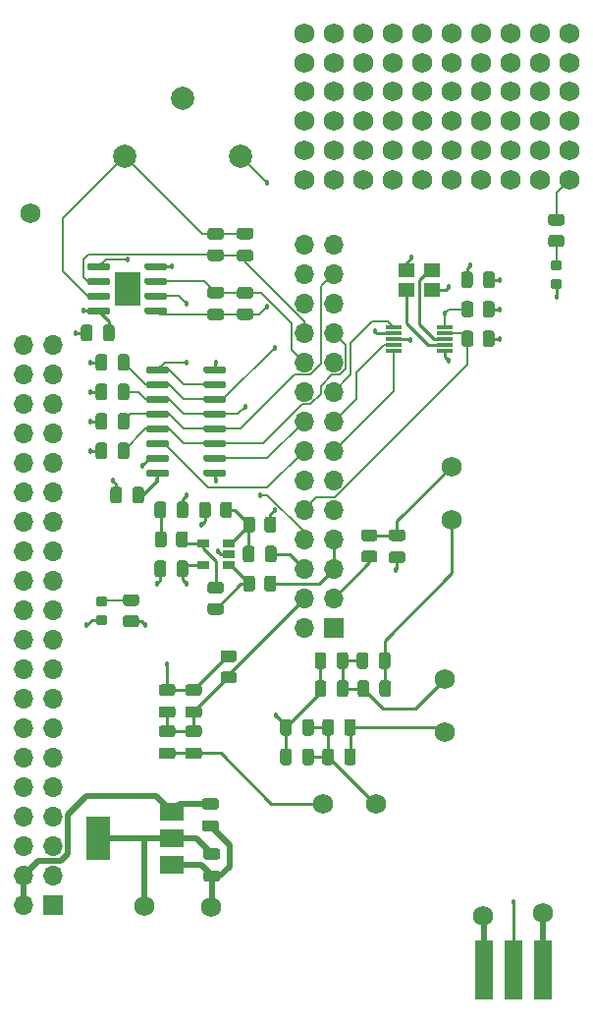
<source format=gbr>
%TF.GenerationSoftware,KiCad,Pcbnew,5.1.12-84ad8e8a86~92~ubuntu18.04.1*%
%TF.CreationDate,2022-01-27T22:07:28+11:00*%
%TF.ProjectId,bbb,6262622e-6b69-4636-9164-5f7063625858,rev?*%
%TF.SameCoordinates,Original*%
%TF.FileFunction,Copper,L1,Top*%
%TF.FilePolarity,Positive*%
%FSLAX46Y46*%
G04 Gerber Fmt 4.6, Leading zero omitted, Abs format (unit mm)*
G04 Created by KiCad (PCBNEW 5.1.12-84ad8e8a86~92~ubuntu18.04.1) date 2022-01-27 22:07:28*
%MOMM*%
%LPD*%
G01*
G04 APERTURE LIST*
%TA.AperFunction,ComponentPad*%
%ADD10C,1.727200*%
%TD*%
%TA.AperFunction,ComponentPad*%
%ADD11C,2.006600*%
%TD*%
%TA.AperFunction,SMDPad,CuDef*%
%ADD12R,1.524000X5.080000*%
%TD*%
%TA.AperFunction,ComponentPad*%
%ADD13O,1.700000X1.700000*%
%TD*%
%TA.AperFunction,ComponentPad*%
%ADD14R,1.700000X1.700000*%
%TD*%
%TA.AperFunction,SMDPad,CuDef*%
%ADD15R,1.060000X0.650000*%
%TD*%
%TA.AperFunction,SMDPad,CuDef*%
%ADD16R,1.400000X0.300000*%
%TD*%
%TA.AperFunction,SMDPad,CuDef*%
%ADD17R,1.400000X1.200000*%
%TD*%
%TA.AperFunction,SMDPad,CuDef*%
%ADD18R,2.290000X3.000000*%
%TD*%
%TA.AperFunction,SMDPad,CuDef*%
%ADD19R,2.000000X3.800000*%
%TD*%
%TA.AperFunction,SMDPad,CuDef*%
%ADD20R,2.000000X1.500000*%
%TD*%
%TA.AperFunction,ViaPad*%
%ADD21C,1.727200*%
%TD*%
%TA.AperFunction,ViaPad*%
%ADD22C,0.457200*%
%TD*%
%TA.AperFunction,Conductor*%
%ADD23C,0.254000*%
%TD*%
%TA.AperFunction,Conductor*%
%ADD24C,0.762000*%
%TD*%
%TA.AperFunction,Conductor*%
%ADD25C,0.508000*%
%TD*%
%TA.AperFunction,Conductor*%
%ADD26C,0.127000*%
%TD*%
%TA.AperFunction,Conductor*%
%ADD27C,0.250000*%
%TD*%
%TA.AperFunction,Conductor*%
%ADD28C,0.152400*%
%TD*%
G04 APERTURE END LIST*
D10*
%TO.P,L3,2*%
%TO.N,Net-(C29-Pad1)*%
X140741400Y-126250700D03*
%TO.P,L3,1*%
%TO.N,Net-(C25-Pad2)*%
X145313400Y-126250700D03*
%TD*%
%TO.P,L1,2*%
%TO.N,Net-(C20-Pad1)*%
X151841200Y-101714300D03*
%TO.P,L1,1*%
%TO.N,Net-(C22-Pad1)*%
X151841200Y-97142300D03*
%TD*%
%TO.P,L2,2*%
%TO.N,Net-(C25-Pad1)*%
X151231600Y-120002300D03*
%TO.P,L2,1*%
%TO.N,Net-(C20-Pad2)*%
X151231600Y-115430300D03*
%TD*%
D11*
%TO.P,J3,1*%
%TO.N,GND*%
X128629400Y-65415800D03*
%TO.P,J3,3*%
%TO.N,Iout*%
X133629400Y-70415800D03*
%TO.P,J3,2*%
%TO.N,Qout*%
X123629400Y-70415800D03*
%TD*%
D12*
%TO.P,U6,3*%
%TO.N,GND*%
X154635200Y-140538200D03*
%TO.P,U6,5*%
%TO.N,BPFIN*%
X157175200Y-140538200D03*
%TO.P,U6,2*%
%TO.N,GND*%
X159715200Y-140538200D03*
%TD*%
%TO.P,R11,1*%
%TO.N,LED_IN*%
%TA.AperFunction,SMDPad,CuDef*%
G36*
G01*
X160395498Y-75384600D02*
X161295502Y-75384600D01*
G75*
G02*
X161545500Y-75634598I0J-249998D01*
G01*
X161545500Y-76159602D01*
G75*
G02*
X161295502Y-76409600I-249998J0D01*
G01*
X160395498Y-76409600D01*
G75*
G02*
X160145500Y-76159602I0J249998D01*
G01*
X160145500Y-75634598D01*
G75*
G02*
X160395498Y-75384600I249998J0D01*
G01*
G37*
%TD.AperFunction*%
%TO.P,R11,2*%
%TO.N,Net-(D2-Pad2)*%
%TA.AperFunction,SMDPad,CuDef*%
G36*
G01*
X160395498Y-77209600D02*
X161295502Y-77209600D01*
G75*
G02*
X161545500Y-77459598I0J-249998D01*
G01*
X161545500Y-77984602D01*
G75*
G02*
X161295502Y-78234600I-249998J0D01*
G01*
X160395498Y-78234600D01*
G75*
G02*
X160145500Y-77984602I0J249998D01*
G01*
X160145500Y-77459598D01*
G75*
G02*
X160395498Y-77209600I249998J0D01*
G01*
G37*
%TD.AperFunction*%
%TD*%
%TO.P,D2,1*%
%TO.N,GND*%
%TA.AperFunction,SMDPad,CuDef*%
G36*
G01*
X161101750Y-81844600D02*
X160589250Y-81844600D01*
G75*
G02*
X160370500Y-81625850I0J218750D01*
G01*
X160370500Y-81188350D01*
G75*
G02*
X160589250Y-80969600I218750J0D01*
G01*
X161101750Y-80969600D01*
G75*
G02*
X161320500Y-81188350I0J-218750D01*
G01*
X161320500Y-81625850D01*
G75*
G02*
X161101750Y-81844600I-218750J0D01*
G01*
G37*
%TD.AperFunction*%
%TO.P,D2,2*%
%TO.N,Net-(D2-Pad2)*%
%TA.AperFunction,SMDPad,CuDef*%
G36*
G01*
X161101750Y-80269600D02*
X160589250Y-80269600D01*
G75*
G02*
X160370500Y-80050850I0J218750D01*
G01*
X160370500Y-79613350D01*
G75*
G02*
X160589250Y-79394600I218750J0D01*
G01*
X161101750Y-79394600D01*
G75*
G02*
X161320500Y-79613350I0J-218750D01*
G01*
X161320500Y-80050850D01*
G75*
G02*
X161101750Y-80269600I-218750J0D01*
G01*
G37*
%TD.AperFunction*%
%TD*%
D13*
%TO.P,J2,40*%
%TO.N,Net-(J2-Pad40)*%
X114947700Y-86690200D03*
%TO.P,J2,39*%
%TO.N,GND*%
X117487700Y-86690200D03*
%TO.P,J2,38*%
%TO.N,Net-(J2-Pad38)*%
X114947700Y-89230200D03*
%TO.P,J2,37*%
%TO.N,Net-(J2-Pad37)*%
X117487700Y-89230200D03*
%TO.P,J2,36*%
%TO.N,Net-(J2-Pad36)*%
X114947700Y-91770200D03*
%TO.P,J2,35*%
%TO.N,Net-(J2-Pad35)*%
X117487700Y-91770200D03*
%TO.P,J2,34*%
%TO.N,GND*%
X114947700Y-94310200D03*
%TO.P,J2,33*%
%TO.N,Net-(J2-Pad33)*%
X117487700Y-94310200D03*
%TO.P,J2,32*%
%TO.N,Net-(J2-Pad32)*%
X114947700Y-96850200D03*
%TO.P,J2,31*%
%TO.N,Net-(J2-Pad31)*%
X117487700Y-96850200D03*
%TO.P,J2,30*%
%TO.N,Net-(J2-Pad30)*%
X114947700Y-99390200D03*
%TO.P,J2,29*%
%TO.N,Net-(J2-Pad29)*%
X117487700Y-99390200D03*
%TO.P,J2,28*%
%TO.N,Net-(J2-Pad28)*%
X114947700Y-101930200D03*
%TO.P,J2,27*%
%TO.N,Net-(J2-Pad27)*%
X117487700Y-101930200D03*
%TO.P,J2,26*%
%TO.N,Net-(J2-Pad26)*%
X114947700Y-104470200D03*
%TO.P,J2,25*%
%TO.N,GND*%
X117487700Y-104470200D03*
%TO.P,J2,24*%
%TO.N,Net-(J2-Pad24)*%
X114947700Y-107010200D03*
%TO.P,J2,23*%
%TO.N,Net-(J2-Pad23)*%
X117487700Y-107010200D03*
%TO.P,J2,22*%
%TO.N,Net-(J2-Pad22)*%
X114947700Y-109550200D03*
%TO.P,J2,21*%
%TO.N,Net-(J2-Pad21)*%
X117487700Y-109550200D03*
%TO.P,J2,20*%
%TO.N,GND*%
X114947700Y-112090200D03*
%TO.P,J2,19*%
%TO.N,Net-(J2-Pad19)*%
X117487700Y-112090200D03*
%TO.P,J2,18*%
%TO.N,Net-(J2-Pad18)*%
X114947700Y-114630200D03*
%TO.P,J2,17*%
%TO.N,Net-(J2-Pad17)*%
X117487700Y-114630200D03*
%TO.P,J2,16*%
%TO.N,Net-(J2-Pad16)*%
X114947700Y-117170200D03*
%TO.P,J2,15*%
%TO.N,Net-(J2-Pad15)*%
X117487700Y-117170200D03*
%TO.P,J2,14*%
%TO.N,GND*%
X114947700Y-119710200D03*
%TO.P,J2,13*%
%TO.N,Net-(J2-Pad13)*%
X117487700Y-119710200D03*
%TO.P,J2,12*%
%TO.N,Net-(J2-Pad12)*%
X114947700Y-122250200D03*
%TO.P,J2,11*%
%TO.N,Net-(J2-Pad11)*%
X117487700Y-122250200D03*
%TO.P,J2,10*%
%TO.N,Net-(J2-Pad10)*%
X114947700Y-124790200D03*
%TO.P,J2,9*%
%TO.N,GND*%
X117487700Y-124790200D03*
%TO.P,J2,8*%
%TO.N,Net-(J2-Pad8)*%
X114947700Y-127330200D03*
%TO.P,J2,7*%
%TO.N,P5_SCL*%
X117487700Y-127330200D03*
%TO.P,J2,6*%
%TO.N,GND*%
X114947700Y-129870200D03*
%TO.P,J2,5*%
%TO.N,P3_SDA*%
X117487700Y-129870200D03*
%TO.P,J2,4*%
%TO.N,Net-(C13-Pad1)*%
X114947700Y-132410200D03*
%TO.P,J2,3*%
%TO.N,Net-(J2-Pad3)*%
X117487700Y-132410200D03*
%TO.P,J2,2*%
%TO.N,Net-(C13-Pad1)*%
X114947700Y-134950200D03*
D14*
%TO.P,J2,1*%
%TO.N,Net-(J2-Pad1)*%
X117487700Y-134950200D03*
%TD*%
%TO.P,R10,2*%
%TO.N,Net-(D1-Pad2)*%
%TA.AperFunction,SMDPad,CuDef*%
G36*
G01*
X124630602Y-109175600D02*
X123730598Y-109175600D01*
G75*
G02*
X123480600Y-108925602I0J249998D01*
G01*
X123480600Y-108400598D01*
G75*
G02*
X123730598Y-108150600I249998J0D01*
G01*
X124630602Y-108150600D01*
G75*
G02*
X124880600Y-108400598I0J-249998D01*
G01*
X124880600Y-108925602D01*
G75*
G02*
X124630602Y-109175600I-249998J0D01*
G01*
G37*
%TD.AperFunction*%
%TO.P,R10,1*%
%TO.N,+3V3*%
%TA.AperFunction,SMDPad,CuDef*%
G36*
G01*
X124630602Y-111000600D02*
X123730598Y-111000600D01*
G75*
G02*
X123480600Y-110750602I0J249998D01*
G01*
X123480600Y-110225598D01*
G75*
G02*
X123730598Y-109975600I249998J0D01*
G01*
X124630602Y-109975600D01*
G75*
G02*
X124880600Y-110225598I0J-249998D01*
G01*
X124880600Y-110750602D01*
G75*
G02*
X124630602Y-111000600I-249998J0D01*
G01*
G37*
%TD.AperFunction*%
%TD*%
%TO.P,D1,2*%
%TO.N,Net-(D1-Pad2)*%
%TA.AperFunction,SMDPad,CuDef*%
G36*
G01*
X121896850Y-109225600D02*
X121384350Y-109225600D01*
G75*
G02*
X121165600Y-109006850I0J218750D01*
G01*
X121165600Y-108569350D01*
G75*
G02*
X121384350Y-108350600I218750J0D01*
G01*
X121896850Y-108350600D01*
G75*
G02*
X122115600Y-108569350I0J-218750D01*
G01*
X122115600Y-109006850D01*
G75*
G02*
X121896850Y-109225600I-218750J0D01*
G01*
G37*
%TD.AperFunction*%
%TO.P,D1,1*%
%TO.N,GND*%
%TA.AperFunction,SMDPad,CuDef*%
G36*
G01*
X121896850Y-110800600D02*
X121384350Y-110800600D01*
G75*
G02*
X121165600Y-110581850I0J218750D01*
G01*
X121165600Y-110144350D01*
G75*
G02*
X121384350Y-109925600I218750J0D01*
G01*
X121896850Y-109925600D01*
G75*
G02*
X122115600Y-110144350I0J-218750D01*
G01*
X122115600Y-110581850D01*
G75*
G02*
X121896850Y-110800600I-218750J0D01*
G01*
G37*
%TD.AperFunction*%
%TD*%
D15*
%TO.P,U1,5*%
%TO.N,+3V3*%
X130370400Y-105648800D03*
%TO.P,U1,4*%
%TO.N,Net-(R2-Pad1)*%
X130370400Y-103748800D03*
%TO.P,U1,3*%
%TO.N,Net-(C2-Pad2)*%
X132570400Y-103748800D03*
%TO.P,U1,2*%
%TO.N,GND*%
X132570400Y-104698800D03*
%TO.P,U1,1*%
%TO.N,Net-(R4-Pad1)*%
X132570400Y-105648800D03*
%TD*%
%TO.P,C2,2*%
%TO.N,Net-(C2-Pad2)*%
%TA.AperFunction,SMDPad,CuDef*%
G36*
G01*
X134830400Y-104223800D02*
X134830400Y-105173800D01*
G75*
G02*
X134580400Y-105423800I-250000J0D01*
G01*
X134080400Y-105423800D01*
G75*
G02*
X133830400Y-105173800I0J250000D01*
G01*
X133830400Y-104223800D01*
G75*
G02*
X134080400Y-103973800I250000J0D01*
G01*
X134580400Y-103973800D01*
G75*
G02*
X134830400Y-104223800I0J-250000D01*
G01*
G37*
%TD.AperFunction*%
%TO.P,C2,1*%
%TO.N,RFIN*%
%TA.AperFunction,SMDPad,CuDef*%
G36*
G01*
X136730400Y-104223800D02*
X136730400Y-105173800D01*
G75*
G02*
X136480400Y-105423800I-250000J0D01*
G01*
X135980400Y-105423800D01*
G75*
G02*
X135730400Y-105173800I0J250000D01*
G01*
X135730400Y-104223800D01*
G75*
G02*
X135980400Y-103973800I250000J0D01*
G01*
X136480400Y-103973800D01*
G75*
G02*
X136730400Y-104223800I0J-250000D01*
G01*
G37*
%TD.AperFunction*%
%TD*%
%TO.P,C1,2*%
%TO.N,Net-(C1-Pad2)*%
%TA.AperFunction,SMDPad,CuDef*%
G36*
G01*
X127210400Y-100413800D02*
X127210400Y-101363800D01*
G75*
G02*
X126960400Y-101613800I-250000J0D01*
G01*
X126460400Y-101613800D01*
G75*
G02*
X126210400Y-101363800I0J250000D01*
G01*
X126210400Y-100413800D01*
G75*
G02*
X126460400Y-100163800I250000J0D01*
G01*
X126960400Y-100163800D01*
G75*
G02*
X127210400Y-100413800I0J-250000D01*
G01*
G37*
%TD.AperFunction*%
%TO.P,C1,1*%
%TO.N,GND*%
%TA.AperFunction,SMDPad,CuDef*%
G36*
G01*
X129110400Y-100413800D02*
X129110400Y-101363800D01*
G75*
G02*
X128860400Y-101613800I-250000J0D01*
G01*
X128360400Y-101613800D01*
G75*
G02*
X128110400Y-101363800I0J250000D01*
G01*
X128110400Y-100413800D01*
G75*
G02*
X128360400Y-100163800I250000J0D01*
G01*
X128860400Y-100163800D01*
G75*
G02*
X129110400Y-100413800I0J-250000D01*
G01*
G37*
%TD.AperFunction*%
%TD*%
D16*
%TO.P,U2,1*%
%TO.N,+3V3*%
X151221800Y-87144100D03*
%TO.P,U2,2*%
%TO.N,Net-(U2-Pad2)*%
X151221800Y-86644100D03*
%TO.P,U2,3*%
%TO.N,Net-(U2-Pad3)*%
X151221800Y-86144100D03*
%TO.P,U2,4*%
%TO.N,I2C_SCL*%
X151221800Y-85644100D03*
%TO.P,U2,5*%
%TO.N,I2C_SDA*%
X151221800Y-85144100D03*
%TO.P,U2,6*%
%TO.N,CLK2*%
X146821800Y-85144100D03*
%TO.P,U2,7*%
%TO.N,+3V3*%
X146821800Y-85644100D03*
%TO.P,U2,8*%
%TO.N,GND*%
X146821800Y-86144100D03*
%TO.P,U2,9*%
%TO.N,CLK1*%
X146821800Y-86644100D03*
%TO.P,U2,10*%
%TO.N,CLK0*%
X146821800Y-87144100D03*
%TD*%
D17*
%TO.P,Y1,4*%
%TO.N,GND*%
X147921800Y-80214100D03*
%TO.P,Y1,3*%
%TO.N,Net-(U2-Pad3)*%
X150121800Y-80214100D03*
%TO.P,Y1,2*%
%TO.N,GND*%
X150121800Y-81914100D03*
%TO.P,Y1,1*%
%TO.N,Net-(U2-Pad2)*%
X147921800Y-81914100D03*
%TD*%
%TO.P,C3,1*%
%TO.N,GND*%
%TA.AperFunction,SMDPad,CuDef*%
G36*
G01*
X126210400Y-106443800D02*
X126210400Y-105493800D01*
G75*
G02*
X126460400Y-105243800I250000J0D01*
G01*
X126960400Y-105243800D01*
G75*
G02*
X127210400Y-105493800I0J-250000D01*
G01*
X127210400Y-106443800D01*
G75*
G02*
X126960400Y-106693800I-250000J0D01*
G01*
X126460400Y-106693800D01*
G75*
G02*
X126210400Y-106443800I0J250000D01*
G01*
G37*
%TD.AperFunction*%
%TO.P,C3,2*%
%TO.N,+3V3*%
%TA.AperFunction,SMDPad,CuDef*%
G36*
G01*
X128110400Y-106443800D02*
X128110400Y-105493800D01*
G75*
G02*
X128360400Y-105243800I250000J0D01*
G01*
X128860400Y-105243800D01*
G75*
G02*
X129110400Y-105493800I0J-250000D01*
G01*
X129110400Y-106443800D01*
G75*
G02*
X128860400Y-106693800I-250000J0D01*
G01*
X128360400Y-106693800D01*
G75*
G02*
X128110400Y-106443800I0J250000D01*
G01*
G37*
%TD.AperFunction*%
%TD*%
%TO.P,C4,1*%
%TO.N,+3V3*%
%TA.AperFunction,SMDPad,CuDef*%
G36*
G01*
X155551800Y-80589100D02*
X155551800Y-81539100D01*
G75*
G02*
X155301800Y-81789100I-250000J0D01*
G01*
X154801800Y-81789100D01*
G75*
G02*
X154551800Y-81539100I0J250000D01*
G01*
X154551800Y-80589100D01*
G75*
G02*
X154801800Y-80339100I250000J0D01*
G01*
X155301800Y-80339100D01*
G75*
G02*
X155551800Y-80589100I0J-250000D01*
G01*
G37*
%TD.AperFunction*%
%TO.P,C4,2*%
%TO.N,GND*%
%TA.AperFunction,SMDPad,CuDef*%
G36*
G01*
X153651800Y-80589100D02*
X153651800Y-81539100D01*
G75*
G02*
X153401800Y-81789100I-250000J0D01*
G01*
X152901800Y-81789100D01*
G75*
G02*
X152651800Y-81539100I0J250000D01*
G01*
X152651800Y-80589100D01*
G75*
G02*
X152901800Y-80339100I250000J0D01*
G01*
X153401800Y-80339100D01*
G75*
G02*
X153651800Y-80589100I0J-250000D01*
G01*
G37*
%TD.AperFunction*%
%TD*%
%TO.P,C5,2*%
%TO.N,GND*%
%TA.AperFunction,SMDPad,CuDef*%
G36*
G01*
X123400400Y-99143800D02*
X123400400Y-100093800D01*
G75*
G02*
X123150400Y-100343800I-250000J0D01*
G01*
X122650400Y-100343800D01*
G75*
G02*
X122400400Y-100093800I0J250000D01*
G01*
X122400400Y-99143800D01*
G75*
G02*
X122650400Y-98893800I250000J0D01*
G01*
X123150400Y-98893800D01*
G75*
G02*
X123400400Y-99143800I0J-250000D01*
G01*
G37*
%TD.AperFunction*%
%TO.P,C5,1*%
%TO.N,+3V3*%
%TA.AperFunction,SMDPad,CuDef*%
G36*
G01*
X125300400Y-99143800D02*
X125300400Y-100093800D01*
G75*
G02*
X125050400Y-100343800I-250000J0D01*
G01*
X124550400Y-100343800D01*
G75*
G02*
X124300400Y-100093800I0J250000D01*
G01*
X124300400Y-99143800D01*
G75*
G02*
X124550400Y-98893800I250000J0D01*
G01*
X125050400Y-98893800D01*
G75*
G02*
X125300400Y-99143800I0J-250000D01*
G01*
G37*
%TD.AperFunction*%
%TD*%
%TO.P,C6,2*%
%TO.N,GND*%
%TA.AperFunction,SMDPad,CuDef*%
G36*
G01*
X122130400Y-92793800D02*
X122130400Y-93743800D01*
G75*
G02*
X121880400Y-93993800I-250000J0D01*
G01*
X121380400Y-93993800D01*
G75*
G02*
X121130400Y-93743800I0J250000D01*
G01*
X121130400Y-92793800D01*
G75*
G02*
X121380400Y-92543800I250000J0D01*
G01*
X121880400Y-92543800D01*
G75*
G02*
X122130400Y-92793800I0J-250000D01*
G01*
G37*
%TD.AperFunction*%
%TO.P,C6,1*%
%TO.N,MIXQ-*%
%TA.AperFunction,SMDPad,CuDef*%
G36*
G01*
X124030400Y-92793800D02*
X124030400Y-93743800D01*
G75*
G02*
X123780400Y-93993800I-250000J0D01*
G01*
X123280400Y-93993800D01*
G75*
G02*
X123030400Y-93743800I0J250000D01*
G01*
X123030400Y-92793800D01*
G75*
G02*
X123280400Y-92543800I250000J0D01*
G01*
X123780400Y-92543800D01*
G75*
G02*
X124030400Y-92793800I0J-250000D01*
G01*
G37*
%TD.AperFunction*%
%TD*%
%TO.P,C7,1*%
%TO.N,MIXI+*%
%TA.AperFunction,SMDPad,CuDef*%
G36*
G01*
X124030400Y-90253800D02*
X124030400Y-91203800D01*
G75*
G02*
X123780400Y-91453800I-250000J0D01*
G01*
X123280400Y-91453800D01*
G75*
G02*
X123030400Y-91203800I0J250000D01*
G01*
X123030400Y-90253800D01*
G75*
G02*
X123280400Y-90003800I250000J0D01*
G01*
X123780400Y-90003800D01*
G75*
G02*
X124030400Y-90253800I0J-250000D01*
G01*
G37*
%TD.AperFunction*%
%TO.P,C7,2*%
%TO.N,GND*%
%TA.AperFunction,SMDPad,CuDef*%
G36*
G01*
X122130400Y-90253800D02*
X122130400Y-91203800D01*
G75*
G02*
X121880400Y-91453800I-250000J0D01*
G01*
X121380400Y-91453800D01*
G75*
G02*
X121130400Y-91203800I0J250000D01*
G01*
X121130400Y-90253800D01*
G75*
G02*
X121380400Y-90003800I250000J0D01*
G01*
X121880400Y-90003800D01*
G75*
G02*
X122130400Y-90253800I0J-250000D01*
G01*
G37*
%TD.AperFunction*%
%TD*%
%TO.P,C8,2*%
%TO.N,GND*%
%TA.AperFunction,SMDPad,CuDef*%
G36*
G01*
X122130400Y-87713800D02*
X122130400Y-88663800D01*
G75*
G02*
X121880400Y-88913800I-250000J0D01*
G01*
X121380400Y-88913800D01*
G75*
G02*
X121130400Y-88663800I0J250000D01*
G01*
X121130400Y-87713800D01*
G75*
G02*
X121380400Y-87463800I250000J0D01*
G01*
X121880400Y-87463800D01*
G75*
G02*
X122130400Y-87713800I0J-250000D01*
G01*
G37*
%TD.AperFunction*%
%TO.P,C8,1*%
%TO.N,MIXQ+*%
%TA.AperFunction,SMDPad,CuDef*%
G36*
G01*
X124030400Y-87713800D02*
X124030400Y-88663800D01*
G75*
G02*
X123780400Y-88913800I-250000J0D01*
G01*
X123280400Y-88913800D01*
G75*
G02*
X123030400Y-88663800I0J250000D01*
G01*
X123030400Y-87713800D01*
G75*
G02*
X123280400Y-87463800I250000J0D01*
G01*
X123780400Y-87463800D01*
G75*
G02*
X124030400Y-87713800I0J-250000D01*
G01*
G37*
%TD.AperFunction*%
%TD*%
%TO.P,C9,2*%
%TO.N,GND*%
%TA.AperFunction,SMDPad,CuDef*%
G36*
G01*
X120860400Y-85173800D02*
X120860400Y-86123800D01*
G75*
G02*
X120610400Y-86373800I-250000J0D01*
G01*
X120110400Y-86373800D01*
G75*
G02*
X119860400Y-86123800I0J250000D01*
G01*
X119860400Y-85173800D01*
G75*
G02*
X120110400Y-84923800I250000J0D01*
G01*
X120610400Y-84923800D01*
G75*
G02*
X120860400Y-85173800I0J-250000D01*
G01*
G37*
%TD.AperFunction*%
%TO.P,C9,1*%
%TO.N,+3V3*%
%TA.AperFunction,SMDPad,CuDef*%
G36*
G01*
X122760400Y-85173800D02*
X122760400Y-86123800D01*
G75*
G02*
X122510400Y-86373800I-250000J0D01*
G01*
X122010400Y-86373800D01*
G75*
G02*
X121760400Y-86123800I0J250000D01*
G01*
X121760400Y-85173800D01*
G75*
G02*
X122010400Y-84923800I250000J0D01*
G01*
X122510400Y-84923800D01*
G75*
G02*
X122760400Y-85173800I0J-250000D01*
G01*
G37*
%TD.AperFunction*%
%TD*%
%TO.P,C10,1*%
%TO.N,MIXI-*%
%TA.AperFunction,SMDPad,CuDef*%
G36*
G01*
X124030400Y-95333800D02*
X124030400Y-96283800D01*
G75*
G02*
X123780400Y-96533800I-250000J0D01*
G01*
X123280400Y-96533800D01*
G75*
G02*
X123030400Y-96283800I0J250000D01*
G01*
X123030400Y-95333800D01*
G75*
G02*
X123280400Y-95083800I250000J0D01*
G01*
X123780400Y-95083800D01*
G75*
G02*
X124030400Y-95333800I0J-250000D01*
G01*
G37*
%TD.AperFunction*%
%TO.P,C10,2*%
%TO.N,GND*%
%TA.AperFunction,SMDPad,CuDef*%
G36*
G01*
X122130400Y-95333800D02*
X122130400Y-96283800D01*
G75*
G02*
X121880400Y-96533800I-250000J0D01*
G01*
X121380400Y-96533800D01*
G75*
G02*
X121130400Y-96283800I0J250000D01*
G01*
X121130400Y-95333800D01*
G75*
G02*
X121380400Y-95083800I250000J0D01*
G01*
X121880400Y-95083800D01*
G75*
G02*
X122130400Y-95333800I0J-250000D01*
G01*
G37*
%TD.AperFunction*%
%TD*%
%TO.P,C11,2*%
%TO.N,I+*%
%TA.AperFunction,SMDPad,CuDef*%
G36*
G01*
X131945400Y-82658800D02*
X130995400Y-82658800D01*
G75*
G02*
X130745400Y-82408800I0J250000D01*
G01*
X130745400Y-81908800D01*
G75*
G02*
X130995400Y-81658800I250000J0D01*
G01*
X131945400Y-81658800D01*
G75*
G02*
X132195400Y-81908800I0J-250000D01*
G01*
X132195400Y-82408800D01*
G75*
G02*
X131945400Y-82658800I-250000J0D01*
G01*
G37*
%TD.AperFunction*%
%TO.P,C11,1*%
%TO.N,Iout*%
%TA.AperFunction,SMDPad,CuDef*%
G36*
G01*
X131945400Y-84558800D02*
X130995400Y-84558800D01*
G75*
G02*
X130745400Y-84308800I0J250000D01*
G01*
X130745400Y-83808800D01*
G75*
G02*
X130995400Y-83558800I250000J0D01*
G01*
X131945400Y-83558800D01*
G75*
G02*
X132195400Y-83808800I0J-250000D01*
G01*
X132195400Y-84308800D01*
G75*
G02*
X131945400Y-84558800I-250000J0D01*
G01*
G37*
%TD.AperFunction*%
%TD*%
%TO.P,C12,1*%
%TO.N,Qout*%
%TA.AperFunction,SMDPad,CuDef*%
G36*
G01*
X133535400Y-76578800D02*
X134485400Y-76578800D01*
G75*
G02*
X134735400Y-76828800I0J-250000D01*
G01*
X134735400Y-77328800D01*
G75*
G02*
X134485400Y-77578800I-250000J0D01*
G01*
X133535400Y-77578800D01*
G75*
G02*
X133285400Y-77328800I0J250000D01*
G01*
X133285400Y-76828800D01*
G75*
G02*
X133535400Y-76578800I250000J0D01*
G01*
G37*
%TD.AperFunction*%
%TO.P,C12,2*%
%TO.N,I-*%
%TA.AperFunction,SMDPad,CuDef*%
G36*
G01*
X133535400Y-78478800D02*
X134485400Y-78478800D01*
G75*
G02*
X134735400Y-78728800I0J-250000D01*
G01*
X134735400Y-79228800D01*
G75*
G02*
X134485400Y-79478800I-250000J0D01*
G01*
X133535400Y-79478800D01*
G75*
G02*
X133285400Y-79228800I0J250000D01*
G01*
X133285400Y-78728800D01*
G75*
G02*
X133535400Y-78478800I250000J0D01*
G01*
G37*
%TD.AperFunction*%
%TD*%
%TO.P,R1,1*%
%TO.N,GND*%
%TA.AperFunction,SMDPad,CuDef*%
G36*
G01*
X130045400Y-101338802D02*
X130045400Y-100438798D01*
G75*
G02*
X130295398Y-100188800I249998J0D01*
G01*
X130820402Y-100188800D01*
G75*
G02*
X131070400Y-100438798I0J-249998D01*
G01*
X131070400Y-101338802D01*
G75*
G02*
X130820402Y-101588800I-249998J0D01*
G01*
X130295398Y-101588800D01*
G75*
G02*
X130045400Y-101338802I0J249998D01*
G01*
G37*
%TD.AperFunction*%
%TO.P,R1,2*%
%TO.N,Net-(C2-Pad2)*%
%TA.AperFunction,SMDPad,CuDef*%
G36*
G01*
X131870400Y-101338802D02*
X131870400Y-100438798D01*
G75*
G02*
X132120398Y-100188800I249998J0D01*
G01*
X132645402Y-100188800D01*
G75*
G02*
X132895400Y-100438798I0J-249998D01*
G01*
X132895400Y-101338802D01*
G75*
G02*
X132645402Y-101588800I-249998J0D01*
G01*
X132120398Y-101588800D01*
G75*
G02*
X131870400Y-101338802I0J249998D01*
G01*
G37*
%TD.AperFunction*%
%TD*%
%TO.P,R2,1*%
%TO.N,Net-(R2-Pad1)*%
%TA.AperFunction,SMDPad,CuDef*%
G36*
G01*
X129085400Y-102978798D02*
X129085400Y-103878802D01*
G75*
G02*
X128835402Y-104128800I-249998J0D01*
G01*
X128310398Y-104128800D01*
G75*
G02*
X128060400Y-103878802I0J249998D01*
G01*
X128060400Y-102978798D01*
G75*
G02*
X128310398Y-102728800I249998J0D01*
G01*
X128835402Y-102728800D01*
G75*
G02*
X129085400Y-102978798I0J-249998D01*
G01*
G37*
%TD.AperFunction*%
%TO.P,R2,2*%
%TO.N,Net-(C1-Pad2)*%
%TA.AperFunction,SMDPad,CuDef*%
G36*
G01*
X127260400Y-102978798D02*
X127260400Y-103878802D01*
G75*
G02*
X127010402Y-104128800I-249998J0D01*
G01*
X126485398Y-104128800D01*
G75*
G02*
X126235400Y-103878802I0J249998D01*
G01*
X126235400Y-102978798D01*
G75*
G02*
X126485398Y-102728800I249998J0D01*
G01*
X127010402Y-102728800D01*
G75*
G02*
X127260400Y-102978798I0J-249998D01*
G01*
G37*
%TD.AperFunction*%
%TD*%
%TO.P,R3,2*%
%TO.N,+3V3*%
%TA.AperFunction,SMDPad,CuDef*%
G36*
G01*
X135680400Y-102608802D02*
X135680400Y-101708798D01*
G75*
G02*
X135930398Y-101458800I249998J0D01*
G01*
X136455402Y-101458800D01*
G75*
G02*
X136705400Y-101708798I0J-249998D01*
G01*
X136705400Y-102608802D01*
G75*
G02*
X136455402Y-102858800I-249998J0D01*
G01*
X135930398Y-102858800D01*
G75*
G02*
X135680400Y-102608802I0J249998D01*
G01*
G37*
%TD.AperFunction*%
%TO.P,R3,1*%
%TO.N,Net-(C2-Pad2)*%
%TA.AperFunction,SMDPad,CuDef*%
G36*
G01*
X133855400Y-102608802D02*
X133855400Y-101708798D01*
G75*
G02*
X134105398Y-101458800I249998J0D01*
G01*
X134630402Y-101458800D01*
G75*
G02*
X134880400Y-101708798I0J-249998D01*
G01*
X134880400Y-102608802D01*
G75*
G02*
X134630402Y-102858800I-249998J0D01*
G01*
X134105398Y-102858800D01*
G75*
G02*
X133855400Y-102608802I0J249998D01*
G01*
G37*
%TD.AperFunction*%
%TD*%
%TO.P,R4,1*%
%TO.N,Net-(R4-Pad1)*%
%TA.AperFunction,SMDPad,CuDef*%
G36*
G01*
X131920402Y-109933800D02*
X131020398Y-109933800D01*
G75*
G02*
X130770400Y-109683802I0J249998D01*
G01*
X130770400Y-109158798D01*
G75*
G02*
X131020398Y-108908800I249998J0D01*
G01*
X131920402Y-108908800D01*
G75*
G02*
X132170400Y-109158798I0J-249998D01*
G01*
X132170400Y-109683802D01*
G75*
G02*
X131920402Y-109933800I-249998J0D01*
G01*
G37*
%TD.AperFunction*%
%TO.P,R4,2*%
%TO.N,Net-(R2-Pad1)*%
%TA.AperFunction,SMDPad,CuDef*%
G36*
G01*
X131920402Y-108108800D02*
X131020398Y-108108800D01*
G75*
G02*
X130770400Y-107858802I0J249998D01*
G01*
X130770400Y-107333798D01*
G75*
G02*
X131020398Y-107083800I249998J0D01*
G01*
X131920402Y-107083800D01*
G75*
G02*
X132170400Y-107333798I0J-249998D01*
G01*
X132170400Y-107858802D01*
G75*
G02*
X131920402Y-108108800I-249998J0D01*
G01*
G37*
%TD.AperFunction*%
%TD*%
%TO.P,R5,1*%
%TO.N,I2C_SCL*%
%TA.AperFunction,SMDPad,CuDef*%
G36*
G01*
X152676800Y-86594102D02*
X152676800Y-85694098D01*
G75*
G02*
X152926798Y-85444100I249998J0D01*
G01*
X153451802Y-85444100D01*
G75*
G02*
X153701800Y-85694098I0J-249998D01*
G01*
X153701800Y-86594102D01*
G75*
G02*
X153451802Y-86844100I-249998J0D01*
G01*
X152926798Y-86844100D01*
G75*
G02*
X152676800Y-86594102I0J249998D01*
G01*
G37*
%TD.AperFunction*%
%TO.P,R5,2*%
%TO.N,+3V3*%
%TA.AperFunction,SMDPad,CuDef*%
G36*
G01*
X154501800Y-86594102D02*
X154501800Y-85694098D01*
G75*
G02*
X154751798Y-85444100I249998J0D01*
G01*
X155276802Y-85444100D01*
G75*
G02*
X155526800Y-85694098I0J-249998D01*
G01*
X155526800Y-86594102D01*
G75*
G02*
X155276802Y-86844100I-249998J0D01*
G01*
X154751798Y-86844100D01*
G75*
G02*
X154501800Y-86594102I0J249998D01*
G01*
G37*
%TD.AperFunction*%
%TD*%
%TO.P,R6,2*%
%TO.N,+3V3*%
%TA.AperFunction,SMDPad,CuDef*%
G36*
G01*
X154501800Y-84054102D02*
X154501800Y-83154098D01*
G75*
G02*
X154751798Y-82904100I249998J0D01*
G01*
X155276802Y-82904100D01*
G75*
G02*
X155526800Y-83154098I0J-249998D01*
G01*
X155526800Y-84054102D01*
G75*
G02*
X155276802Y-84304100I-249998J0D01*
G01*
X154751798Y-84304100D01*
G75*
G02*
X154501800Y-84054102I0J249998D01*
G01*
G37*
%TD.AperFunction*%
%TO.P,R6,1*%
%TO.N,I2C_SDA*%
%TA.AperFunction,SMDPad,CuDef*%
G36*
G01*
X152676800Y-84054102D02*
X152676800Y-83154098D01*
G75*
G02*
X152926798Y-82904100I249998J0D01*
G01*
X153451802Y-82904100D01*
G75*
G02*
X153701800Y-83154098I0J-249998D01*
G01*
X153701800Y-84054102D01*
G75*
G02*
X153451802Y-84304100I-249998J0D01*
G01*
X152926798Y-84304100D01*
G75*
G02*
X152676800Y-84054102I0J249998D01*
G01*
G37*
%TD.AperFunction*%
%TD*%
%TO.P,R7,2*%
%TO.N,Net-(R4-Pad1)*%
%TA.AperFunction,SMDPad,CuDef*%
G36*
G01*
X134880400Y-106788798D02*
X134880400Y-107688802D01*
G75*
G02*
X134630402Y-107938800I-249998J0D01*
G01*
X134105398Y-107938800D01*
G75*
G02*
X133855400Y-107688802I0J249998D01*
G01*
X133855400Y-106788798D01*
G75*
G02*
X134105398Y-106538800I249998J0D01*
G01*
X134630402Y-106538800D01*
G75*
G02*
X134880400Y-106788798I0J-249998D01*
G01*
G37*
%TD.AperFunction*%
%TO.P,R7,1*%
%TO.N,RFOUT*%
%TA.AperFunction,SMDPad,CuDef*%
G36*
G01*
X136705400Y-106788798D02*
X136705400Y-107688802D01*
G75*
G02*
X136455402Y-107938800I-249998J0D01*
G01*
X135930398Y-107938800D01*
G75*
G02*
X135680400Y-107688802I0J249998D01*
G01*
X135680400Y-106788798D01*
G75*
G02*
X135930398Y-106538800I249998J0D01*
G01*
X136455402Y-106538800D01*
G75*
G02*
X136705400Y-106788798I0J-249998D01*
G01*
G37*
%TD.AperFunction*%
%TD*%
%TO.P,R8,2*%
%TO.N,I+*%
%TA.AperFunction,SMDPad,CuDef*%
G36*
G01*
X134460402Y-82708800D02*
X133560398Y-82708800D01*
G75*
G02*
X133310400Y-82458802I0J249998D01*
G01*
X133310400Y-81933798D01*
G75*
G02*
X133560398Y-81683800I249998J0D01*
G01*
X134460402Y-81683800D01*
G75*
G02*
X134710400Y-81933798I0J-249998D01*
G01*
X134710400Y-82458802D01*
G75*
G02*
X134460402Y-82708800I-249998J0D01*
G01*
G37*
%TD.AperFunction*%
%TO.P,R8,1*%
%TO.N,Iout*%
%TA.AperFunction,SMDPad,CuDef*%
G36*
G01*
X134460402Y-84533800D02*
X133560398Y-84533800D01*
G75*
G02*
X133310400Y-84283802I0J249998D01*
G01*
X133310400Y-83758798D01*
G75*
G02*
X133560398Y-83508800I249998J0D01*
G01*
X134460402Y-83508800D01*
G75*
G02*
X134710400Y-83758798I0J-249998D01*
G01*
X134710400Y-84283802D01*
G75*
G02*
X134460402Y-84533800I-249998J0D01*
G01*
G37*
%TD.AperFunction*%
%TD*%
%TO.P,R9,1*%
%TO.N,Qout*%
%TA.AperFunction,SMDPad,CuDef*%
G36*
G01*
X131020398Y-76603800D02*
X131920402Y-76603800D01*
G75*
G02*
X132170400Y-76853798I0J-249998D01*
G01*
X132170400Y-77378802D01*
G75*
G02*
X131920402Y-77628800I-249998J0D01*
G01*
X131020398Y-77628800D01*
G75*
G02*
X130770400Y-77378802I0J249998D01*
G01*
X130770400Y-76853798D01*
G75*
G02*
X131020398Y-76603800I249998J0D01*
G01*
G37*
%TD.AperFunction*%
%TO.P,R9,2*%
%TO.N,I-*%
%TA.AperFunction,SMDPad,CuDef*%
G36*
G01*
X131020398Y-78428800D02*
X131920402Y-78428800D01*
G75*
G02*
X132170400Y-78678798I0J-249998D01*
G01*
X132170400Y-79203802D01*
G75*
G02*
X131920402Y-79453800I-249998J0D01*
G01*
X131020398Y-79453800D01*
G75*
G02*
X130770400Y-79203802I0J249998D01*
G01*
X130770400Y-78678798D01*
G75*
G02*
X131020398Y-78428800I249998J0D01*
G01*
G37*
%TD.AperFunction*%
%TD*%
%TO.P,U3,1*%
%TO.N,GND*%
%TA.AperFunction,SMDPad,CuDef*%
G36*
G01*
X132380400Y-97563800D02*
X132380400Y-97863800D01*
G75*
G02*
X132230400Y-98013800I-150000J0D01*
G01*
X130580400Y-98013800D01*
G75*
G02*
X130430400Y-97863800I0J150000D01*
G01*
X130430400Y-97563800D01*
G75*
G02*
X130580400Y-97413800I150000J0D01*
G01*
X132230400Y-97413800D01*
G75*
G02*
X132380400Y-97563800I0J-150000D01*
G01*
G37*
%TD.AperFunction*%
%TO.P,U3,2*%
%TO.N,MIXCLK90*%
%TA.AperFunction,SMDPad,CuDef*%
G36*
G01*
X132380400Y-96293800D02*
X132380400Y-96593800D01*
G75*
G02*
X132230400Y-96743800I-150000J0D01*
G01*
X130580400Y-96743800D01*
G75*
G02*
X130430400Y-96593800I0J150000D01*
G01*
X130430400Y-96293800D01*
G75*
G02*
X130580400Y-96143800I150000J0D01*
G01*
X132230400Y-96143800D01*
G75*
G02*
X132380400Y-96293800I0J-150000D01*
G01*
G37*
%TD.AperFunction*%
%TO.P,U3,3*%
%TO.N,MIXI-*%
%TA.AperFunction,SMDPad,CuDef*%
G36*
G01*
X132380400Y-95023800D02*
X132380400Y-95323800D01*
G75*
G02*
X132230400Y-95473800I-150000J0D01*
G01*
X130580400Y-95473800D01*
G75*
G02*
X130430400Y-95323800I0J150000D01*
G01*
X130430400Y-95023800D01*
G75*
G02*
X130580400Y-94873800I150000J0D01*
G01*
X132230400Y-94873800D01*
G75*
G02*
X132380400Y-95023800I0J-150000D01*
G01*
G37*
%TD.AperFunction*%
%TO.P,U3,4*%
%TO.N,MIXQ-*%
%TA.AperFunction,SMDPad,CuDef*%
G36*
G01*
X132380400Y-93753800D02*
X132380400Y-94053800D01*
G75*
G02*
X132230400Y-94203800I-150000J0D01*
G01*
X130580400Y-94203800D01*
G75*
G02*
X130430400Y-94053800I0J150000D01*
G01*
X130430400Y-93753800D01*
G75*
G02*
X130580400Y-93603800I150000J0D01*
G01*
X132230400Y-93603800D01*
G75*
G02*
X132380400Y-93753800I0J-150000D01*
G01*
G37*
%TD.AperFunction*%
%TO.P,U3,5*%
%TO.N,MIXI+*%
%TA.AperFunction,SMDPad,CuDef*%
G36*
G01*
X132380400Y-92483800D02*
X132380400Y-92783800D01*
G75*
G02*
X132230400Y-92933800I-150000J0D01*
G01*
X130580400Y-92933800D01*
G75*
G02*
X130430400Y-92783800I0J150000D01*
G01*
X130430400Y-92483800D01*
G75*
G02*
X130580400Y-92333800I150000J0D01*
G01*
X132230400Y-92333800D01*
G75*
G02*
X132380400Y-92483800I0J-150000D01*
G01*
G37*
%TD.AperFunction*%
%TO.P,U3,6*%
%TO.N,MIXQ+*%
%TA.AperFunction,SMDPad,CuDef*%
G36*
G01*
X132380400Y-91213800D02*
X132380400Y-91513800D01*
G75*
G02*
X132230400Y-91663800I-150000J0D01*
G01*
X130580400Y-91663800D01*
G75*
G02*
X130430400Y-91513800I0J150000D01*
G01*
X130430400Y-91213800D01*
G75*
G02*
X130580400Y-91063800I150000J0D01*
G01*
X132230400Y-91063800D01*
G75*
G02*
X132380400Y-91213800I0J-150000D01*
G01*
G37*
%TD.AperFunction*%
%TO.P,U3,7*%
%TO.N,MIXIN*%
%TA.AperFunction,SMDPad,CuDef*%
G36*
G01*
X132380400Y-89943800D02*
X132380400Y-90243800D01*
G75*
G02*
X132230400Y-90393800I-150000J0D01*
G01*
X130580400Y-90393800D01*
G75*
G02*
X130430400Y-90243800I0J150000D01*
G01*
X130430400Y-89943800D01*
G75*
G02*
X130580400Y-89793800I150000J0D01*
G01*
X132230400Y-89793800D01*
G75*
G02*
X132380400Y-89943800I0J-150000D01*
G01*
G37*
%TD.AperFunction*%
%TO.P,U3,8*%
%TO.N,GND*%
%TA.AperFunction,SMDPad,CuDef*%
G36*
G01*
X132380400Y-88673800D02*
X132380400Y-88973800D01*
G75*
G02*
X132230400Y-89123800I-150000J0D01*
G01*
X130580400Y-89123800D01*
G75*
G02*
X130430400Y-88973800I0J150000D01*
G01*
X130430400Y-88673800D01*
G75*
G02*
X130580400Y-88523800I150000J0D01*
G01*
X132230400Y-88523800D01*
G75*
G02*
X132380400Y-88673800I0J-150000D01*
G01*
G37*
%TD.AperFunction*%
%TO.P,U3,9*%
%TO.N,MIXIN*%
%TA.AperFunction,SMDPad,CuDef*%
G36*
G01*
X127430400Y-88673800D02*
X127430400Y-88973800D01*
G75*
G02*
X127280400Y-89123800I-150000J0D01*
G01*
X125630400Y-89123800D01*
G75*
G02*
X125480400Y-88973800I0J150000D01*
G01*
X125480400Y-88673800D01*
G75*
G02*
X125630400Y-88523800I150000J0D01*
G01*
X127280400Y-88523800D01*
G75*
G02*
X127430400Y-88673800I0J-150000D01*
G01*
G37*
%TD.AperFunction*%
%TO.P,U3,10*%
%TO.N,MIXQ+*%
%TA.AperFunction,SMDPad,CuDef*%
G36*
G01*
X127430400Y-89943800D02*
X127430400Y-90243800D01*
G75*
G02*
X127280400Y-90393800I-150000J0D01*
G01*
X125630400Y-90393800D01*
G75*
G02*
X125480400Y-90243800I0J150000D01*
G01*
X125480400Y-89943800D01*
G75*
G02*
X125630400Y-89793800I150000J0D01*
G01*
X127280400Y-89793800D01*
G75*
G02*
X127430400Y-89943800I0J-150000D01*
G01*
G37*
%TD.AperFunction*%
%TO.P,U3,11*%
%TO.N,MIXI+*%
%TA.AperFunction,SMDPad,CuDef*%
G36*
G01*
X127430400Y-91213800D02*
X127430400Y-91513800D01*
G75*
G02*
X127280400Y-91663800I-150000J0D01*
G01*
X125630400Y-91663800D01*
G75*
G02*
X125480400Y-91513800I0J150000D01*
G01*
X125480400Y-91213800D01*
G75*
G02*
X125630400Y-91063800I150000J0D01*
G01*
X127280400Y-91063800D01*
G75*
G02*
X127430400Y-91213800I0J-150000D01*
G01*
G37*
%TD.AperFunction*%
%TO.P,U3,12*%
%TO.N,MIXQ-*%
%TA.AperFunction,SMDPad,CuDef*%
G36*
G01*
X127430400Y-92483800D02*
X127430400Y-92783800D01*
G75*
G02*
X127280400Y-92933800I-150000J0D01*
G01*
X125630400Y-92933800D01*
G75*
G02*
X125480400Y-92783800I0J150000D01*
G01*
X125480400Y-92483800D01*
G75*
G02*
X125630400Y-92333800I150000J0D01*
G01*
X127280400Y-92333800D01*
G75*
G02*
X127430400Y-92483800I0J-150000D01*
G01*
G37*
%TD.AperFunction*%
%TO.P,U3,13*%
%TO.N,MIXI-*%
%TA.AperFunction,SMDPad,CuDef*%
G36*
G01*
X127430400Y-93753800D02*
X127430400Y-94053800D01*
G75*
G02*
X127280400Y-94203800I-150000J0D01*
G01*
X125630400Y-94203800D01*
G75*
G02*
X125480400Y-94053800I0J150000D01*
G01*
X125480400Y-93753800D01*
G75*
G02*
X125630400Y-93603800I150000J0D01*
G01*
X127280400Y-93603800D01*
G75*
G02*
X127430400Y-93753800I0J-150000D01*
G01*
G37*
%TD.AperFunction*%
%TO.P,U3,14*%
%TO.N,MIXCLK0*%
%TA.AperFunction,SMDPad,CuDef*%
G36*
G01*
X127430400Y-95023800D02*
X127430400Y-95323800D01*
G75*
G02*
X127280400Y-95473800I-150000J0D01*
G01*
X125630400Y-95473800D01*
G75*
G02*
X125480400Y-95323800I0J150000D01*
G01*
X125480400Y-95023800D01*
G75*
G02*
X125630400Y-94873800I150000J0D01*
G01*
X127280400Y-94873800D01*
G75*
G02*
X127430400Y-95023800I0J-150000D01*
G01*
G37*
%TD.AperFunction*%
%TO.P,U3,15*%
%TO.N,GND*%
%TA.AperFunction,SMDPad,CuDef*%
G36*
G01*
X127430400Y-96293800D02*
X127430400Y-96593800D01*
G75*
G02*
X127280400Y-96743800I-150000J0D01*
G01*
X125630400Y-96743800D01*
G75*
G02*
X125480400Y-96593800I0J150000D01*
G01*
X125480400Y-96293800D01*
G75*
G02*
X125630400Y-96143800I150000J0D01*
G01*
X127280400Y-96143800D01*
G75*
G02*
X127430400Y-96293800I0J-150000D01*
G01*
G37*
%TD.AperFunction*%
%TO.P,U3,16*%
%TO.N,+3V3*%
%TA.AperFunction,SMDPad,CuDef*%
G36*
G01*
X127430400Y-97563800D02*
X127430400Y-97863800D01*
G75*
G02*
X127280400Y-98013800I-150000J0D01*
G01*
X125630400Y-98013800D01*
G75*
G02*
X125480400Y-97863800I0J150000D01*
G01*
X125480400Y-97563800D01*
G75*
G02*
X125630400Y-97413800I150000J0D01*
G01*
X127280400Y-97413800D01*
G75*
G02*
X127430400Y-97563800I0J-150000D01*
G01*
G37*
%TD.AperFunction*%
%TD*%
%TO.P,U4,1*%
%TO.N,Iout*%
%TA.AperFunction,SMDPad,CuDef*%
G36*
G01*
X127300400Y-83593800D02*
X127300400Y-83893800D01*
G75*
G02*
X127150400Y-84043800I-150000J0D01*
G01*
X125500400Y-84043800D01*
G75*
G02*
X125350400Y-83893800I0J150000D01*
G01*
X125350400Y-83593800D01*
G75*
G02*
X125500400Y-83443800I150000J0D01*
G01*
X127150400Y-83443800D01*
G75*
G02*
X127300400Y-83593800I0J-150000D01*
G01*
G37*
%TD.AperFunction*%
%TO.P,U4,2*%
%TO.N,Q-*%
%TA.AperFunction,SMDPad,CuDef*%
G36*
G01*
X127300400Y-82323800D02*
X127300400Y-82623800D01*
G75*
G02*
X127150400Y-82773800I-150000J0D01*
G01*
X125500400Y-82773800D01*
G75*
G02*
X125350400Y-82623800I0J150000D01*
G01*
X125350400Y-82323800D01*
G75*
G02*
X125500400Y-82173800I150000J0D01*
G01*
X127150400Y-82173800D01*
G75*
G02*
X127300400Y-82323800I0J-150000D01*
G01*
G37*
%TD.AperFunction*%
%TO.P,U4,3*%
%TO.N,I+*%
%TA.AperFunction,SMDPad,CuDef*%
G36*
G01*
X127300400Y-81053800D02*
X127300400Y-81353800D01*
G75*
G02*
X127150400Y-81503800I-150000J0D01*
G01*
X125500400Y-81503800D01*
G75*
G02*
X125350400Y-81353800I0J150000D01*
G01*
X125350400Y-81053800D01*
G75*
G02*
X125500400Y-80903800I150000J0D01*
G01*
X127150400Y-80903800D01*
G75*
G02*
X127300400Y-81053800I0J-150000D01*
G01*
G37*
%TD.AperFunction*%
%TO.P,U4,4*%
%TO.N,GND*%
%TA.AperFunction,SMDPad,CuDef*%
G36*
G01*
X127300400Y-79783800D02*
X127300400Y-80083800D01*
G75*
G02*
X127150400Y-80233800I-150000J0D01*
G01*
X125500400Y-80233800D01*
G75*
G02*
X125350400Y-80083800I0J150000D01*
G01*
X125350400Y-79783800D01*
G75*
G02*
X125500400Y-79633800I150000J0D01*
G01*
X127150400Y-79633800D01*
G75*
G02*
X127300400Y-79783800I0J-150000D01*
G01*
G37*
%TD.AperFunction*%
%TO.P,U4,5*%
%TO.N,Q+*%
%TA.AperFunction,SMDPad,CuDef*%
G36*
G01*
X122350400Y-79783800D02*
X122350400Y-80083800D01*
G75*
G02*
X122200400Y-80233800I-150000J0D01*
G01*
X120550400Y-80233800D01*
G75*
G02*
X120400400Y-80083800I0J150000D01*
G01*
X120400400Y-79783800D01*
G75*
G02*
X120550400Y-79633800I150000J0D01*
G01*
X122200400Y-79633800D01*
G75*
G02*
X122350400Y-79783800I0J-150000D01*
G01*
G37*
%TD.AperFunction*%
%TO.P,U4,6*%
%TO.N,I-*%
%TA.AperFunction,SMDPad,CuDef*%
G36*
G01*
X122350400Y-81053800D02*
X122350400Y-81353800D01*
G75*
G02*
X122200400Y-81503800I-150000J0D01*
G01*
X120550400Y-81503800D01*
G75*
G02*
X120400400Y-81353800I0J150000D01*
G01*
X120400400Y-81053800D01*
G75*
G02*
X120550400Y-80903800I150000J0D01*
G01*
X122200400Y-80903800D01*
G75*
G02*
X122350400Y-81053800I0J-150000D01*
G01*
G37*
%TD.AperFunction*%
%TO.P,U4,7*%
%TO.N,Qout*%
%TA.AperFunction,SMDPad,CuDef*%
G36*
G01*
X122350400Y-82323800D02*
X122350400Y-82623800D01*
G75*
G02*
X122200400Y-82773800I-150000J0D01*
G01*
X120550400Y-82773800D01*
G75*
G02*
X120400400Y-82623800I0J150000D01*
G01*
X120400400Y-82323800D01*
G75*
G02*
X120550400Y-82173800I150000J0D01*
G01*
X122200400Y-82173800D01*
G75*
G02*
X122350400Y-82323800I0J-150000D01*
G01*
G37*
%TD.AperFunction*%
%TO.P,U4,8*%
%TO.N,+3V3*%
%TA.AperFunction,SMDPad,CuDef*%
G36*
G01*
X122350400Y-83593800D02*
X122350400Y-83893800D01*
G75*
G02*
X122200400Y-84043800I-150000J0D01*
G01*
X120550400Y-84043800D01*
G75*
G02*
X120400400Y-83893800I0J150000D01*
G01*
X120400400Y-83593800D01*
G75*
G02*
X120550400Y-83443800I150000J0D01*
G01*
X122200400Y-83443800D01*
G75*
G02*
X122350400Y-83593800I0J-150000D01*
G01*
G37*
%TD.AperFunction*%
D18*
%TO.P,U4,9*%
%TO.N,N/C*%
X123850400Y-81838800D03*
%TD*%
D14*
%TO.P,J1,1*%
%TO.N,GND*%
X141630400Y-111048800D03*
D13*
%TO.P,J1,2*%
%TO.N,+3V3*%
X139090400Y-111048800D03*
%TO.P,J1,3*%
%TO.N,BPFIN*%
X141630400Y-108508800D03*
%TO.P,J1,4*%
%TO.N,BPFOUT*%
X139090400Y-108508800D03*
%TO.P,J1,5*%
%TO.N,RFOUT*%
X141630400Y-105968800D03*
%TO.P,J1,6*%
%TO.N,RFIN*%
X139090400Y-105968800D03*
%TO.P,J1,7*%
%TO.N,RFOUT*%
X141630400Y-103428800D03*
%TO.P,J1,8*%
%TO.N,MIXIN*%
X139090400Y-103428800D03*
%TO.P,J1,9*%
%TO.N,P3_SDA*%
X141630400Y-100888800D03*
%TO.P,J1,10*%
%TO.N,I2C_SCL*%
X139090400Y-100888800D03*
%TO.P,J1,11*%
%TO.N,P5_SCL*%
X141630400Y-98348800D03*
%TO.P,J1,12*%
%TO.N,I2C_SDA*%
X139090400Y-98348800D03*
%TO.P,J1,13*%
%TO.N,CLK0*%
X141630400Y-95808800D03*
%TO.P,J1,14*%
%TO.N,MIXCLK0*%
X139090400Y-95808800D03*
%TO.P,J1,15*%
%TO.N,CLK1*%
X141630400Y-93268800D03*
%TO.P,J1,16*%
%TO.N,MIXCLK90*%
X139090400Y-93268800D03*
%TO.P,J1,17*%
%TO.N,CLK2*%
X141630400Y-90728800D03*
%TO.P,J1,18*%
%TO.N,GND*%
X139090400Y-90728800D03*
%TO.P,J1,19*%
%TO.N,MIXI+*%
X141630400Y-88188800D03*
%TO.P,J1,20*%
%TO.N,I+*%
X139090400Y-88188800D03*
%TO.P,J1,21*%
%TO.N,MIXI-*%
X141630400Y-85648800D03*
%TO.P,J1,22*%
%TO.N,I-*%
X139090400Y-85648800D03*
%TO.P,J1,23*%
%TO.N,MIXQ+*%
X141630400Y-83108800D03*
%TO.P,J1,24*%
%TO.N,Q+*%
X139090400Y-83108800D03*
%TO.P,J1,25*%
%TO.N,MIXQ-*%
X141630400Y-80568800D03*
%TO.P,J1,26*%
%TO.N,Q-*%
X139090400Y-80568800D03*
%TO.P,J1,27*%
%TO.N,Net-(J1-Pad27)*%
X141630400Y-78028800D03*
%TO.P,J1,28*%
%TO.N,Net-(J1-Pad28)*%
X139090400Y-78028800D03*
%TD*%
%TO.P,C13,2*%
%TO.N,GND*%
%TA.AperFunction,SMDPad,CuDef*%
G36*
G01*
X130538200Y-127615100D02*
X131488200Y-127615100D01*
G75*
G02*
X131738200Y-127865100I0J-250000D01*
G01*
X131738200Y-128365100D01*
G75*
G02*
X131488200Y-128615100I-250000J0D01*
G01*
X130538200Y-128615100D01*
G75*
G02*
X130288200Y-128365100I0J250000D01*
G01*
X130288200Y-127865100D01*
G75*
G02*
X130538200Y-127615100I250000J0D01*
G01*
G37*
%TD.AperFunction*%
%TO.P,C13,1*%
%TO.N,Net-(C13-Pad1)*%
%TA.AperFunction,SMDPad,CuDef*%
G36*
G01*
X130538200Y-125715100D02*
X131488200Y-125715100D01*
G75*
G02*
X131738200Y-125965100I0J-250000D01*
G01*
X131738200Y-126465100D01*
G75*
G02*
X131488200Y-126715100I-250000J0D01*
G01*
X130538200Y-126715100D01*
G75*
G02*
X130288200Y-126465100I0J250000D01*
G01*
X130288200Y-125965100D01*
G75*
G02*
X130538200Y-125715100I250000J0D01*
G01*
G37*
%TD.AperFunction*%
%TD*%
%TO.P,C14,2*%
%TO.N,GND*%
%TA.AperFunction,SMDPad,CuDef*%
G36*
G01*
X130665200Y-131933100D02*
X131615200Y-131933100D01*
G75*
G02*
X131865200Y-132183100I0J-250000D01*
G01*
X131865200Y-132683100D01*
G75*
G02*
X131615200Y-132933100I-250000J0D01*
G01*
X130665200Y-132933100D01*
G75*
G02*
X130415200Y-132683100I0J250000D01*
G01*
X130415200Y-132183100D01*
G75*
G02*
X130665200Y-131933100I250000J0D01*
G01*
G37*
%TD.AperFunction*%
%TO.P,C14,1*%
%TO.N,+3V3*%
%TA.AperFunction,SMDPad,CuDef*%
G36*
G01*
X130665200Y-130033100D02*
X131615200Y-130033100D01*
G75*
G02*
X131865200Y-130283100I0J-250000D01*
G01*
X131865200Y-130783100D01*
G75*
G02*
X131615200Y-131033100I-250000J0D01*
G01*
X130665200Y-131033100D01*
G75*
G02*
X130415200Y-130783100I0J250000D01*
G01*
X130415200Y-130283100D01*
G75*
G02*
X130665200Y-130033100I250000J0D01*
G01*
G37*
%TD.AperFunction*%
%TD*%
%TO.P,C20,1*%
%TO.N,Net-(C20-Pad1)*%
%TA.AperFunction,SMDPad,CuDef*%
G36*
G01*
X146598300Y-115806200D02*
X146598300Y-116756200D01*
G75*
G02*
X146348300Y-117006200I-250000J0D01*
G01*
X145848300Y-117006200D01*
G75*
G02*
X145598300Y-116756200I0J250000D01*
G01*
X145598300Y-115806200D01*
G75*
G02*
X145848300Y-115556200I250000J0D01*
G01*
X146348300Y-115556200D01*
G75*
G02*
X146598300Y-115806200I0J-250000D01*
G01*
G37*
%TD.AperFunction*%
%TO.P,C20,2*%
%TO.N,Net-(C20-Pad2)*%
%TA.AperFunction,SMDPad,CuDef*%
G36*
G01*
X144698300Y-115806200D02*
X144698300Y-116756200D01*
G75*
G02*
X144448300Y-117006200I-250000J0D01*
G01*
X143948300Y-117006200D01*
G75*
G02*
X143698300Y-116756200I0J250000D01*
G01*
X143698300Y-115806200D01*
G75*
G02*
X143948300Y-115556200I250000J0D01*
G01*
X144448300Y-115556200D01*
G75*
G02*
X144698300Y-115806200I0J-250000D01*
G01*
G37*
%TD.AperFunction*%
%TD*%
%TO.P,C21,2*%
%TO.N,Net-(C20-Pad2)*%
%TA.AperFunction,SMDPad,CuDef*%
G36*
G01*
X144637300Y-113393200D02*
X144637300Y-114343200D01*
G75*
G02*
X144387300Y-114593200I-250000J0D01*
G01*
X143887300Y-114593200D01*
G75*
G02*
X143637300Y-114343200I0J250000D01*
G01*
X143637300Y-113393200D01*
G75*
G02*
X143887300Y-113143200I250000J0D01*
G01*
X144387300Y-113143200D01*
G75*
G02*
X144637300Y-113393200I0J-250000D01*
G01*
G37*
%TD.AperFunction*%
%TO.P,C21,1*%
%TO.N,Net-(C20-Pad1)*%
%TA.AperFunction,SMDPad,CuDef*%
G36*
G01*
X146537300Y-113393200D02*
X146537300Y-114343200D01*
G75*
G02*
X146287300Y-114593200I-250000J0D01*
G01*
X145787300Y-114593200D01*
G75*
G02*
X145537300Y-114343200I0J250000D01*
G01*
X145537300Y-113393200D01*
G75*
G02*
X145787300Y-113143200I250000J0D01*
G01*
X146287300Y-113143200D01*
G75*
G02*
X146537300Y-113393200I0J-250000D01*
G01*
G37*
%TD.AperFunction*%
%TD*%
%TO.P,C22,2*%
%TO.N,GND*%
%TA.AperFunction,SMDPad,CuDef*%
G36*
G01*
X146641800Y-104475700D02*
X147591800Y-104475700D01*
G75*
G02*
X147841800Y-104725700I0J-250000D01*
G01*
X147841800Y-105225700D01*
G75*
G02*
X147591800Y-105475700I-250000J0D01*
G01*
X146641800Y-105475700D01*
G75*
G02*
X146391800Y-105225700I0J250000D01*
G01*
X146391800Y-104725700D01*
G75*
G02*
X146641800Y-104475700I250000J0D01*
G01*
G37*
%TD.AperFunction*%
%TO.P,C22,1*%
%TO.N,Net-(C22-Pad1)*%
%TA.AperFunction,SMDPad,CuDef*%
G36*
G01*
X146641800Y-102575700D02*
X147591800Y-102575700D01*
G75*
G02*
X147841800Y-102825700I0J-250000D01*
G01*
X147841800Y-103325700D01*
G75*
G02*
X147591800Y-103575700I-250000J0D01*
G01*
X146641800Y-103575700D01*
G75*
G02*
X146391800Y-103325700I0J250000D01*
G01*
X146391800Y-102825700D01*
G75*
G02*
X146641800Y-102575700I250000J0D01*
G01*
G37*
%TD.AperFunction*%
%TD*%
%TO.P,C23,2*%
%TO.N,GND*%
%TA.AperFunction,SMDPad,CuDef*%
G36*
G01*
X141015300Y-115806200D02*
X141015300Y-116756200D01*
G75*
G02*
X140765300Y-117006200I-250000J0D01*
G01*
X140265300Y-117006200D01*
G75*
G02*
X140015300Y-116756200I0J250000D01*
G01*
X140015300Y-115806200D01*
G75*
G02*
X140265300Y-115556200I250000J0D01*
G01*
X140765300Y-115556200D01*
G75*
G02*
X141015300Y-115806200I0J-250000D01*
G01*
G37*
%TD.AperFunction*%
%TO.P,C23,1*%
%TO.N,Net-(C20-Pad2)*%
%TA.AperFunction,SMDPad,CuDef*%
G36*
G01*
X142915300Y-115806200D02*
X142915300Y-116756200D01*
G75*
G02*
X142665300Y-117006200I-250000J0D01*
G01*
X142165300Y-117006200D01*
G75*
G02*
X141915300Y-116756200I0J250000D01*
G01*
X141915300Y-115806200D01*
G75*
G02*
X142165300Y-115556200I250000J0D01*
G01*
X142665300Y-115556200D01*
G75*
G02*
X142915300Y-115806200I0J-250000D01*
G01*
G37*
%TD.AperFunction*%
%TD*%
%TO.P,C24,1*%
%TO.N,Net-(C20-Pad2)*%
%TA.AperFunction,SMDPad,CuDef*%
G36*
G01*
X142915300Y-113393200D02*
X142915300Y-114343200D01*
G75*
G02*
X142665300Y-114593200I-250000J0D01*
G01*
X142165300Y-114593200D01*
G75*
G02*
X141915300Y-114343200I0J250000D01*
G01*
X141915300Y-113393200D01*
G75*
G02*
X142165300Y-113143200I250000J0D01*
G01*
X142665300Y-113143200D01*
G75*
G02*
X142915300Y-113393200I0J-250000D01*
G01*
G37*
%TD.AperFunction*%
%TO.P,C24,2*%
%TO.N,GND*%
%TA.AperFunction,SMDPad,CuDef*%
G36*
G01*
X141015300Y-113393200D02*
X141015300Y-114343200D01*
G75*
G02*
X140765300Y-114593200I-250000J0D01*
G01*
X140265300Y-114593200D01*
G75*
G02*
X140015300Y-114343200I0J250000D01*
G01*
X140015300Y-113393200D01*
G75*
G02*
X140265300Y-113143200I250000J0D01*
G01*
X140765300Y-113143200D01*
G75*
G02*
X141015300Y-113393200I0J-250000D01*
G01*
G37*
%TD.AperFunction*%
%TD*%
%TO.P,C25,2*%
%TO.N,Net-(C25-Pad2)*%
%TA.AperFunction,SMDPad,CuDef*%
G36*
G01*
X141665500Y-121686300D02*
X141665500Y-122636300D01*
G75*
G02*
X141415500Y-122886300I-250000J0D01*
G01*
X140915500Y-122886300D01*
G75*
G02*
X140665500Y-122636300I0J250000D01*
G01*
X140665500Y-121686300D01*
G75*
G02*
X140915500Y-121436300I250000J0D01*
G01*
X141415500Y-121436300D01*
G75*
G02*
X141665500Y-121686300I0J-250000D01*
G01*
G37*
%TD.AperFunction*%
%TO.P,C25,1*%
%TO.N,Net-(C25-Pad1)*%
%TA.AperFunction,SMDPad,CuDef*%
G36*
G01*
X143565500Y-121686300D02*
X143565500Y-122636300D01*
G75*
G02*
X143315500Y-122886300I-250000J0D01*
G01*
X142815500Y-122886300D01*
G75*
G02*
X142565500Y-122636300I0J250000D01*
G01*
X142565500Y-121686300D01*
G75*
G02*
X142815500Y-121436300I250000J0D01*
G01*
X143315500Y-121436300D01*
G75*
G02*
X143565500Y-121686300I0J-250000D01*
G01*
G37*
%TD.AperFunction*%
%TD*%
%TO.P,C26,1*%
%TO.N,Net-(C25-Pad1)*%
%TA.AperFunction,SMDPad,CuDef*%
G36*
G01*
X143565500Y-119146300D02*
X143565500Y-120096300D01*
G75*
G02*
X143315500Y-120346300I-250000J0D01*
G01*
X142815500Y-120346300D01*
G75*
G02*
X142565500Y-120096300I0J250000D01*
G01*
X142565500Y-119146300D01*
G75*
G02*
X142815500Y-118896300I250000J0D01*
G01*
X143315500Y-118896300D01*
G75*
G02*
X143565500Y-119146300I0J-250000D01*
G01*
G37*
%TD.AperFunction*%
%TO.P,C26,2*%
%TO.N,Net-(C25-Pad2)*%
%TA.AperFunction,SMDPad,CuDef*%
G36*
G01*
X141665500Y-119146300D02*
X141665500Y-120096300D01*
G75*
G02*
X141415500Y-120346300I-250000J0D01*
G01*
X140915500Y-120346300D01*
G75*
G02*
X140665500Y-120096300I0J250000D01*
G01*
X140665500Y-119146300D01*
G75*
G02*
X140915500Y-118896300I250000J0D01*
G01*
X141415500Y-118896300D01*
G75*
G02*
X141665500Y-119146300I0J-250000D01*
G01*
G37*
%TD.AperFunction*%
%TD*%
%TO.P,C27,1*%
%TO.N,Net-(C25-Pad2)*%
%TA.AperFunction,SMDPad,CuDef*%
G36*
G01*
X139943500Y-121686300D02*
X139943500Y-122636300D01*
G75*
G02*
X139693500Y-122886300I-250000J0D01*
G01*
X139193500Y-122886300D01*
G75*
G02*
X138943500Y-122636300I0J250000D01*
G01*
X138943500Y-121686300D01*
G75*
G02*
X139193500Y-121436300I250000J0D01*
G01*
X139693500Y-121436300D01*
G75*
G02*
X139943500Y-121686300I0J-250000D01*
G01*
G37*
%TD.AperFunction*%
%TO.P,C27,2*%
%TO.N,GND*%
%TA.AperFunction,SMDPad,CuDef*%
G36*
G01*
X138043500Y-121686300D02*
X138043500Y-122636300D01*
G75*
G02*
X137793500Y-122886300I-250000J0D01*
G01*
X137293500Y-122886300D01*
G75*
G02*
X137043500Y-122636300I0J250000D01*
G01*
X137043500Y-121686300D01*
G75*
G02*
X137293500Y-121436300I250000J0D01*
G01*
X137793500Y-121436300D01*
G75*
G02*
X138043500Y-121686300I0J-250000D01*
G01*
G37*
%TD.AperFunction*%
%TD*%
%TO.P,C28,1*%
%TO.N,Net-(C25-Pad2)*%
%TA.AperFunction,SMDPad,CuDef*%
G36*
G01*
X139943500Y-119146300D02*
X139943500Y-120096300D01*
G75*
G02*
X139693500Y-120346300I-250000J0D01*
G01*
X139193500Y-120346300D01*
G75*
G02*
X138943500Y-120096300I0J250000D01*
G01*
X138943500Y-119146300D01*
G75*
G02*
X139193500Y-118896300I250000J0D01*
G01*
X139693500Y-118896300D01*
G75*
G02*
X139943500Y-119146300I0J-250000D01*
G01*
G37*
%TD.AperFunction*%
%TO.P,C28,2*%
%TO.N,GND*%
%TA.AperFunction,SMDPad,CuDef*%
G36*
G01*
X138043500Y-119146300D02*
X138043500Y-120096300D01*
G75*
G02*
X137793500Y-120346300I-250000J0D01*
G01*
X137293500Y-120346300D01*
G75*
G02*
X137043500Y-120096300I0J250000D01*
G01*
X137043500Y-119146300D01*
G75*
G02*
X137293500Y-118896300I250000J0D01*
G01*
X137793500Y-118896300D01*
G75*
G02*
X138043500Y-119146300I0J-250000D01*
G01*
G37*
%TD.AperFunction*%
%TD*%
%TO.P,C29,1*%
%TO.N,Net-(C29-Pad1)*%
%TA.AperFunction,SMDPad,CuDef*%
G36*
G01*
X130040400Y-122354000D02*
X129090400Y-122354000D01*
G75*
G02*
X128840400Y-122104000I0J250000D01*
G01*
X128840400Y-121604000D01*
G75*
G02*
X129090400Y-121354000I250000J0D01*
G01*
X130040400Y-121354000D01*
G75*
G02*
X130290400Y-121604000I0J-250000D01*
G01*
X130290400Y-122104000D01*
G75*
G02*
X130040400Y-122354000I-250000J0D01*
G01*
G37*
%TD.AperFunction*%
%TO.P,C29,2*%
%TO.N,BPFOUT*%
%TA.AperFunction,SMDPad,CuDef*%
G36*
G01*
X130040400Y-120454000D02*
X129090400Y-120454000D01*
G75*
G02*
X128840400Y-120204000I0J250000D01*
G01*
X128840400Y-119704000D01*
G75*
G02*
X129090400Y-119454000I250000J0D01*
G01*
X130040400Y-119454000D01*
G75*
G02*
X130290400Y-119704000I0J-250000D01*
G01*
X130290400Y-120204000D01*
G75*
G02*
X130040400Y-120454000I-250000J0D01*
G01*
G37*
%TD.AperFunction*%
%TD*%
%TO.P,C30,1*%
%TO.N,Net-(C29-Pad1)*%
%TA.AperFunction,SMDPad,CuDef*%
G36*
G01*
X127754400Y-122354000D02*
X126804400Y-122354000D01*
G75*
G02*
X126554400Y-122104000I0J250000D01*
G01*
X126554400Y-121604000D01*
G75*
G02*
X126804400Y-121354000I250000J0D01*
G01*
X127754400Y-121354000D01*
G75*
G02*
X128004400Y-121604000I0J-250000D01*
G01*
X128004400Y-122104000D01*
G75*
G02*
X127754400Y-122354000I-250000J0D01*
G01*
G37*
%TD.AperFunction*%
%TO.P,C30,2*%
%TO.N,BPFOUT*%
%TA.AperFunction,SMDPad,CuDef*%
G36*
G01*
X127754400Y-120454000D02*
X126804400Y-120454000D01*
G75*
G02*
X126554400Y-120204000I0J250000D01*
G01*
X126554400Y-119704000D01*
G75*
G02*
X126804400Y-119454000I250000J0D01*
G01*
X127754400Y-119454000D01*
G75*
G02*
X128004400Y-119704000I0J-250000D01*
G01*
X128004400Y-120204000D01*
G75*
G02*
X127754400Y-120454000I-250000J0D01*
G01*
G37*
%TD.AperFunction*%
%TD*%
%TO.P,C31,1*%
%TO.N,BPFOUT*%
%TA.AperFunction,SMDPad,CuDef*%
G36*
G01*
X130040400Y-118798000D02*
X129090400Y-118798000D01*
G75*
G02*
X128840400Y-118548000I0J250000D01*
G01*
X128840400Y-118048000D01*
G75*
G02*
X129090400Y-117798000I250000J0D01*
G01*
X130040400Y-117798000D01*
G75*
G02*
X130290400Y-118048000I0J-250000D01*
G01*
X130290400Y-118548000D01*
G75*
G02*
X130040400Y-118798000I-250000J0D01*
G01*
G37*
%TD.AperFunction*%
%TO.P,C31,2*%
%TO.N,GND*%
%TA.AperFunction,SMDPad,CuDef*%
G36*
G01*
X130040400Y-116898000D02*
X129090400Y-116898000D01*
G75*
G02*
X128840400Y-116648000I0J250000D01*
G01*
X128840400Y-116148000D01*
G75*
G02*
X129090400Y-115898000I250000J0D01*
G01*
X130040400Y-115898000D01*
G75*
G02*
X130290400Y-116148000I0J-250000D01*
G01*
X130290400Y-116648000D01*
G75*
G02*
X130040400Y-116898000I-250000J0D01*
G01*
G37*
%TD.AperFunction*%
%TD*%
%TO.P,C32,2*%
%TO.N,GND*%
%TA.AperFunction,SMDPad,CuDef*%
G36*
G01*
X127754400Y-116898000D02*
X126804400Y-116898000D01*
G75*
G02*
X126554400Y-116648000I0J250000D01*
G01*
X126554400Y-116148000D01*
G75*
G02*
X126804400Y-115898000I250000J0D01*
G01*
X127754400Y-115898000D01*
G75*
G02*
X128004400Y-116148000I0J-250000D01*
G01*
X128004400Y-116648000D01*
G75*
G02*
X127754400Y-116898000I-250000J0D01*
G01*
G37*
%TD.AperFunction*%
%TO.P,C32,1*%
%TO.N,BPFOUT*%
%TA.AperFunction,SMDPad,CuDef*%
G36*
G01*
X127754400Y-118798000D02*
X126804400Y-118798000D01*
G75*
G02*
X126554400Y-118548000I0J250000D01*
G01*
X126554400Y-118048000D01*
G75*
G02*
X126804400Y-117798000I250000J0D01*
G01*
X127754400Y-117798000D01*
G75*
G02*
X128004400Y-118048000I0J-250000D01*
G01*
X128004400Y-118548000D01*
G75*
G02*
X127754400Y-118798000I-250000J0D01*
G01*
G37*
%TD.AperFunction*%
%TD*%
%TO.P,R20,2*%
%TO.N,BPFIN*%
%TA.AperFunction,SMDPad,CuDef*%
G36*
G01*
X144279199Y-104400300D02*
X145179201Y-104400300D01*
G75*
G02*
X145429200Y-104650299I0J-249999D01*
G01*
X145429200Y-105175301D01*
G75*
G02*
X145179201Y-105425300I-249999J0D01*
G01*
X144279199Y-105425300D01*
G75*
G02*
X144029200Y-105175301I0J249999D01*
G01*
X144029200Y-104650299D01*
G75*
G02*
X144279199Y-104400300I249999J0D01*
G01*
G37*
%TD.AperFunction*%
%TO.P,R20,1*%
%TO.N,Net-(C22-Pad1)*%
%TA.AperFunction,SMDPad,CuDef*%
G36*
G01*
X144279199Y-102575300D02*
X145179201Y-102575300D01*
G75*
G02*
X145429200Y-102825299I0J-249999D01*
G01*
X145429200Y-103350301D01*
G75*
G02*
X145179201Y-103600300I-249999J0D01*
G01*
X144279199Y-103600300D01*
G75*
G02*
X144029200Y-103350301I0J249999D01*
G01*
X144029200Y-102825299D01*
G75*
G02*
X144279199Y-102575300I249999J0D01*
G01*
G37*
%TD.AperFunction*%
%TD*%
%TO.P,R21,1*%
%TO.N,GND*%
%TA.AperFunction,SMDPad,CuDef*%
G36*
G01*
X132137999Y-112976600D02*
X133038001Y-112976600D01*
G75*
G02*
X133288000Y-113226599I0J-249999D01*
G01*
X133288000Y-113751601D01*
G75*
G02*
X133038001Y-114001600I-249999J0D01*
G01*
X132137999Y-114001600D01*
G75*
G02*
X131888000Y-113751601I0J249999D01*
G01*
X131888000Y-113226599D01*
G75*
G02*
X132137999Y-112976600I249999J0D01*
G01*
G37*
%TD.AperFunction*%
%TO.P,R21,2*%
%TO.N,BPFOUT*%
%TA.AperFunction,SMDPad,CuDef*%
G36*
G01*
X132137999Y-114801600D02*
X133038001Y-114801600D01*
G75*
G02*
X133288000Y-115051599I0J-249999D01*
G01*
X133288000Y-115576601D01*
G75*
G02*
X133038001Y-115826600I-249999J0D01*
G01*
X132137999Y-115826600D01*
G75*
G02*
X131888000Y-115576601I0J249999D01*
G01*
X131888000Y-115051599D01*
G75*
G02*
X132137999Y-114801600I249999J0D01*
G01*
G37*
%TD.AperFunction*%
%TD*%
D19*
%TO.P,U5,2*%
%TO.N,+3V3*%
X121386200Y-129197100D03*
D20*
X127686200Y-129197100D03*
%TO.P,U5,3*%
%TO.N,Net-(C13-Pad1)*%
X127686200Y-126897100D03*
%TO.P,U5,1*%
%TO.N,GND*%
X127686200Y-131497100D03*
%TD*%
D21*
%TO.N,*%
X151790400Y-72440800D03*
X154330400Y-72440800D03*
X141630400Y-72440800D03*
X154330400Y-64820800D03*
X149250400Y-67360800D03*
X151790400Y-69900800D03*
X144170400Y-72440800D03*
X151790400Y-64820800D03*
X159410400Y-64820800D03*
X154330400Y-69900800D03*
X156870400Y-67360800D03*
X154330400Y-67360800D03*
X144170400Y-64820800D03*
X159410400Y-72440800D03*
X146710400Y-64820800D03*
X144170400Y-69900800D03*
X149250400Y-69900800D03*
X156870400Y-69900800D03*
X156870400Y-72440800D03*
X144170400Y-67360800D03*
X159410400Y-67360800D03*
X159410400Y-69900800D03*
X161950400Y-69900800D03*
X151790400Y-67360800D03*
X141630400Y-64820800D03*
X141630400Y-67360800D03*
X161950400Y-64820800D03*
X161950400Y-67360800D03*
X139090400Y-69900800D03*
X139090400Y-64820800D03*
X146710400Y-72440800D03*
X146710400Y-69900800D03*
X146710400Y-67360800D03*
X156870400Y-64820800D03*
X139090400Y-72440800D03*
X139090400Y-67360800D03*
X141630400Y-69900800D03*
X149250400Y-64820800D03*
X149250400Y-59867800D03*
X159410400Y-59867800D03*
X139090400Y-59867800D03*
X144170400Y-62407800D03*
X149250400Y-62407800D03*
X156870400Y-62407800D03*
X141630400Y-62407800D03*
X151790400Y-59867800D03*
X161950400Y-62407800D03*
X141630400Y-59867800D03*
X146710400Y-59867800D03*
X161950400Y-59867800D03*
X156870400Y-59867800D03*
X139090400Y-62407800D03*
X159410400Y-62407800D03*
X154330400Y-62407800D03*
X151790400Y-62407800D03*
X146710400Y-62407800D03*
X144170400Y-59867800D03*
X154330400Y-59867800D03*
X149250400Y-72440800D03*
%TO.N,+3V3*%
X125285500Y-135051800D03*
D22*
X128930400Y-107238800D03*
X125450600Y-110845600D03*
X136550400Y-100888800D03*
X126390400Y-98348800D03*
X120040400Y-83743800D03*
X156006800Y-86144100D03*
X156006800Y-83604100D03*
X156006800Y-81064100D03*
X151561800Y-88049100D03*
X145211800Y-85509100D03*
%TO.N,GND*%
X160845500Y-82562700D03*
D21*
X131114800Y-135128000D03*
D22*
X126390400Y-107238800D03*
X131709709Y-104459491D03*
X130200400Y-102158800D03*
X128930400Y-99618800D03*
X131470400Y-98348800D03*
X131470400Y-88188800D03*
X125120400Y-97078800D03*
X122580400Y-98348800D03*
X120370600Y-110845600D03*
X119405400Y-85648800D03*
X120675400Y-88188800D03*
X120675400Y-90728800D03*
X120675400Y-93268800D03*
X120675400Y-95808800D03*
X127660400Y-79933800D03*
X153466800Y-79794100D03*
X151561800Y-81699100D03*
X148386800Y-79159100D03*
X148272490Y-86258410D03*
X127241300Y-114185700D03*
X146964400Y-106083100D03*
X136690100Y-118605300D03*
D21*
X115481100Y-75349100D03*
X154520900Y-135826500D03*
X159664400Y-135648700D03*
D22*
%TO.N,Q+*%
X123850400Y-79298800D03*
%TO.N,Iout*%
X135915400Y-83362800D03*
X135915400Y-72694800D03*
%TO.N,MIXIN*%
X128930400Y-88188800D03*
X135280400Y-99618800D03*
%TO.N,I2C_SDA*%
X151231600Y-83947000D03*
%TO.N,MIXI+*%
X134010400Y-91998800D03*
%TO.N,MIXQ+*%
X136550400Y-86918800D03*
%TO.N,Q-*%
X128930400Y-83108800D03*
D21*
%TO.N,LED_IN*%
X161950400Y-72440800D03*
D22*
%TO.N,BPFIN*%
X157187900Y-134645400D03*
%TD*%
D23*
%TO.N,+3V3*%
X122260400Y-84628800D02*
X121375400Y-83743800D01*
X122260400Y-85648800D02*
X122260400Y-84628800D01*
X128610400Y-105968800D02*
X128610400Y-106918800D01*
X128610400Y-106918800D02*
X128930400Y-107238800D01*
X128930400Y-105648800D02*
X128610400Y-105968800D01*
X130370400Y-105648800D02*
X128930400Y-105648800D01*
X124180600Y-110488100D02*
X125093100Y-110488100D01*
X125093100Y-110488100D02*
X125450600Y-110845600D01*
X136192900Y-102158800D02*
X136192900Y-101246300D01*
X136192900Y-101246300D02*
X136550400Y-100888800D01*
X126455400Y-97713800D02*
X126455400Y-98283800D01*
X126455400Y-98283800D02*
X126390400Y-98348800D01*
X125120400Y-99618800D02*
X126390400Y-98348800D01*
X124800400Y-99618800D02*
X125120400Y-99618800D01*
X121375400Y-83743800D02*
X120040400Y-83743800D01*
X155014300Y-86144100D02*
X156006800Y-86144100D01*
X155014300Y-83604100D02*
X156006800Y-83604100D01*
X155051800Y-81064100D02*
X156006800Y-81064100D01*
X151221800Y-87144100D02*
X151221800Y-87709100D01*
X151221800Y-87709100D02*
X151561800Y-88049100D01*
X146821800Y-85644100D02*
X145346800Y-85644100D01*
X145346800Y-85644100D02*
X145211800Y-85509100D01*
D24*
X131201200Y-130594100D02*
X131140200Y-130533100D01*
D25*
X121386200Y-129197100D02*
X125298200Y-129197100D01*
X125298200Y-129197100D02*
X127686200Y-129197100D01*
X129804200Y-129197100D02*
X131140200Y-130533100D01*
X127686200Y-129197100D02*
X129804200Y-129197100D01*
X125285500Y-129209800D02*
X125298200Y-129197100D01*
X125285500Y-135051800D02*
X125285500Y-129209800D01*
D23*
%TO.N,GND*%
X160845500Y-81407100D02*
X160845500Y-82524600D01*
X128967900Y-101246300D02*
X128610400Y-100888800D01*
X126710400Y-105501300D02*
X126710400Y-105968800D01*
X126710400Y-105968800D02*
X126710400Y-106918800D01*
X126710400Y-106918800D02*
X126390400Y-107238800D01*
X132570400Y-104698800D02*
X131949018Y-104698800D01*
X131949018Y-104698800D02*
X131709709Y-104459491D01*
X130557900Y-100888800D02*
X130557900Y-101801300D01*
X130557900Y-101801300D02*
X130200400Y-102158800D01*
X128610400Y-100888800D02*
X128610400Y-99938800D01*
X128610400Y-99938800D02*
X128930400Y-99618800D01*
X131405400Y-97713800D02*
X131405400Y-98283800D01*
X131405400Y-98283800D02*
X131470400Y-98348800D01*
X131405400Y-88823800D02*
X131405400Y-88253800D01*
X131405400Y-88253800D02*
X131470400Y-88188800D01*
X126455400Y-96443800D02*
X125755400Y-96443800D01*
X125755400Y-96443800D02*
X125120400Y-97078800D01*
X122900400Y-99618800D02*
X122900400Y-98668800D01*
X122900400Y-98668800D02*
X122580400Y-98348800D01*
X121640600Y-110363100D02*
X120853100Y-110363100D01*
X120853100Y-110363100D02*
X120370600Y-110845600D01*
X120360400Y-85648800D02*
X119405400Y-85648800D01*
X121630400Y-88188800D02*
X120675400Y-88188800D01*
X121630400Y-90728800D02*
X120675400Y-90728800D01*
X121630400Y-93268800D02*
X120675400Y-93268800D01*
X121630400Y-95808800D02*
X120675400Y-95808800D01*
X126325400Y-79933800D02*
X127660400Y-79933800D01*
X153151800Y-81064100D02*
X153151800Y-80109100D01*
X153151800Y-80109100D02*
X153466800Y-79794100D01*
X150121800Y-81914100D02*
X151346800Y-81914100D01*
X151346800Y-81914100D02*
X151561800Y-81699100D01*
X147921800Y-80214100D02*
X147921800Y-79624100D01*
X147921800Y-79624100D02*
X148386800Y-79159100D01*
X146821800Y-86144100D02*
X148158180Y-86144100D01*
X148158180Y-86144100D02*
X148272490Y-86258410D01*
X140515300Y-113868200D02*
X140515300Y-116281200D01*
X140261300Y-116535200D02*
X140515300Y-116281200D01*
X137543500Y-122161300D02*
X137543500Y-119621300D01*
X127279400Y-116398000D02*
X129565400Y-116398000D01*
X140637300Y-113868200D02*
X140515300Y-113868200D01*
X137289500Y-119875300D02*
X137543500Y-119621300D01*
D25*
X130204200Y-131497100D02*
X131140200Y-132433100D01*
X127686200Y-131497100D02*
X130204200Y-131497100D01*
X131013200Y-128115100D02*
X132689600Y-129791500D01*
X132689600Y-129791500D02*
X132689600Y-131622800D01*
X131879300Y-132433100D02*
X131140200Y-132433100D01*
X132689600Y-131622800D02*
X131879300Y-132433100D01*
X131140200Y-135102600D02*
X131114800Y-135128000D01*
X131140200Y-132433100D02*
X131140200Y-135102600D01*
D23*
X132474300Y-113489100D02*
X129565400Y-116398000D01*
X132588000Y-113489100D02*
X132474300Y-113489100D01*
X127279400Y-114223800D02*
X127241300Y-114185700D01*
X127279400Y-116398000D02*
X127279400Y-114223800D01*
X140515300Y-116649500D02*
X140515300Y-116281200D01*
X137543500Y-119621300D02*
X140515300Y-116649500D01*
X147116800Y-104975700D02*
X147116800Y-105930700D01*
X147116800Y-105930700D02*
X146964400Y-106083100D01*
X137543500Y-119621300D02*
X137543500Y-119458700D01*
X137543500Y-119458700D02*
X136690100Y-118605300D01*
D25*
X159715200Y-135699500D02*
X159664400Y-135648700D01*
X159715200Y-140538200D02*
X159715200Y-135699500D01*
X154635200Y-135940800D02*
X154520900Y-135826500D01*
X154635200Y-140538200D02*
X154635200Y-135940800D01*
D26*
%TO.N,Net-(C1-Pad2)*%
X126747900Y-100926300D02*
X126710400Y-100888800D01*
D23*
X126747900Y-103428800D02*
X126747900Y-100926300D01*
%TO.N,Net-(C2-Pad2)*%
X134330400Y-104698800D02*
X134330400Y-102196300D01*
X133097900Y-100888800D02*
X134367900Y-102158800D01*
X132382900Y-100888800D02*
X133097900Y-100888800D01*
X132777900Y-103748800D02*
X134367900Y-102158800D01*
X132570400Y-103748800D02*
X132777900Y-103748800D01*
%TO.N,RFIN*%
X137820400Y-104698800D02*
X139090400Y-105968800D01*
X136230400Y-104698800D02*
X137820400Y-104698800D01*
D26*
%TO.N,Q+*%
X121375400Y-79933800D02*
X122010400Y-79298800D01*
X122010400Y-79298800D02*
X123850400Y-79298800D01*
%TO.N,I+*%
X131507900Y-82196300D02*
X131470400Y-82158800D01*
X134010400Y-82196300D02*
X131507900Y-82196300D01*
X130515400Y-81203800D02*
X126325400Y-81203800D01*
X131470400Y-82158800D02*
X130515400Y-81203800D01*
X138024499Y-87122899D02*
X139090400Y-88188800D01*
X135406762Y-82196300D02*
X138024499Y-84814037D01*
X138024499Y-84814037D02*
X138024499Y-87122899D01*
X134010400Y-82196300D02*
X135406762Y-82196300D01*
%TO.N,Iout*%
X131507900Y-84021300D02*
X131470400Y-84058800D01*
X134010400Y-84021300D02*
X131507900Y-84021300D01*
X126640400Y-84058800D02*
X126325400Y-83743800D01*
X131470400Y-84058800D02*
X126640400Y-84058800D01*
X134010400Y-84021300D02*
X135256900Y-84021300D01*
X135256900Y-84021300D02*
X135915400Y-83362800D01*
X133636400Y-70415800D02*
X133629400Y-70415800D01*
X135915400Y-72694800D02*
X133636400Y-70415800D01*
%TO.N,Qout*%
X131470400Y-77116300D02*
X133972900Y-77116300D01*
X130329900Y-77116300D02*
X123629400Y-70415800D01*
X131470400Y-77116300D02*
X130329900Y-77116300D01*
X120400400Y-82473800D02*
X118262400Y-80335800D01*
X121375400Y-82473800D02*
X120400400Y-82473800D01*
X118262400Y-75782800D02*
X123629400Y-70415800D01*
X118262400Y-80335800D02*
X118262400Y-75782800D01*
D23*
%TO.N,RFOUT*%
X140360400Y-107238800D02*
X141630400Y-105968800D01*
X136192900Y-107238800D02*
X140360400Y-107238800D01*
X141630400Y-103428800D02*
X141630400Y-105968800D01*
D26*
%TO.N,MIXIN*%
X128700400Y-90093800D02*
X131405400Y-90093800D01*
X127430400Y-88823800D02*
X128700400Y-90093800D01*
X126455400Y-88823800D02*
X127430400Y-88823800D01*
X127090400Y-88188800D02*
X126455400Y-88823800D01*
X128930400Y-88188800D02*
X127090400Y-88188800D01*
X139090400Y-102770938D02*
X139090400Y-103428800D01*
X135938262Y-99618800D02*
X139090400Y-102770938D01*
X135280400Y-99618800D02*
X135938262Y-99618800D01*
%TO.N,I2C_SCL*%
X152689300Y-85644100D02*
X153189300Y-86144100D01*
X151221800Y-85644100D02*
X152689300Y-85644100D01*
X153189300Y-88367434D02*
X153189300Y-86144100D01*
X141733835Y-99822899D02*
X153189300Y-88367434D01*
X140156301Y-99822899D02*
X141733835Y-99822899D01*
X139090400Y-100888800D02*
X140156301Y-99822899D01*
D27*
%TO.N,I2C_SDA*%
X151221800Y-85144100D02*
X151649300Y-85144100D01*
D26*
X152831800Y-83604100D02*
X153010550Y-83782850D01*
X153189300Y-83604100D02*
X151561800Y-83604100D01*
X151221800Y-85144100D02*
X151221800Y-83944100D01*
X151561800Y-83604100D02*
X151221800Y-83944100D01*
X151218900Y-83947000D02*
X151221800Y-83944100D01*
%TO.N,CLK0*%
X146821800Y-90617400D02*
X141630400Y-95808800D01*
X146821800Y-87144100D02*
X146821800Y-90617400D01*
%TO.N,MIXCLK0*%
X127025400Y-95173800D02*
X126455400Y-95173800D01*
X130835400Y-98983800D02*
X127025400Y-95173800D01*
X135915400Y-98983800D02*
X130835400Y-98983800D01*
X139090400Y-95808800D02*
X135915400Y-98983800D01*
%TO.N,CLK1*%
X141630400Y-93268800D02*
X143586200Y-91313000D01*
X145994800Y-86644100D02*
X146821800Y-86644100D01*
X143586200Y-89052700D02*
X145994800Y-86644100D01*
X143586200Y-91313000D02*
X143586200Y-89052700D01*
%TO.N,MIXCLK90*%
X135915400Y-96443800D02*
X139090400Y-93268800D01*
X131405400Y-96443800D02*
X135915400Y-96443800D01*
D28*
%TO.N,CLK2*%
X146821800Y-85144100D02*
X146624800Y-85144100D01*
D26*
X141630400Y-90728800D02*
X143103600Y-89255600D01*
X146742299Y-85064599D02*
X146821800Y-85144100D01*
X146821800Y-85144100D02*
X146323200Y-84645500D01*
X146323200Y-84645500D02*
X144970500Y-84645500D01*
X143103600Y-86512400D02*
X143103600Y-89255600D01*
X144970500Y-84645500D02*
X143103600Y-86512400D01*
%TO.N,MIXI+*%
X126455400Y-91363800D02*
X125435400Y-91363800D01*
X124800400Y-90728800D02*
X125435400Y-91363800D01*
X123530400Y-90728800D02*
X124800400Y-90728800D01*
X128700400Y-92633800D02*
X131405400Y-92633800D01*
X127430400Y-91363800D02*
X128700400Y-92633800D01*
X126455400Y-91363800D02*
X127430400Y-91363800D01*
X131405400Y-92633800D02*
X133375400Y-92633800D01*
X133375400Y-92633800D02*
X134010400Y-91998800D01*
%TO.N,MIXI-*%
X128700400Y-95173800D02*
X131405400Y-95173800D01*
X127430400Y-93903800D02*
X128700400Y-95173800D01*
X126455400Y-93903800D02*
X127430400Y-93903800D01*
X125435400Y-93903800D02*
X123530400Y-95808800D01*
X126455400Y-93903800D02*
X125435400Y-93903800D01*
X142696301Y-86714701D02*
X141630400Y-85648800D01*
X142142033Y-89254701D02*
X142696301Y-88700433D01*
X141516999Y-89254701D02*
X142142033Y-89254701D01*
X140564499Y-90207201D02*
X141516999Y-89254701D01*
X140564499Y-90893001D02*
X140564499Y-90207201D01*
X139662799Y-91794701D02*
X140564499Y-90893001D01*
X138986965Y-91794701D02*
X139662799Y-91794701D01*
X135607866Y-95173800D02*
X138986965Y-91794701D01*
X142696301Y-88700433D02*
X142696301Y-86714701D01*
X131405400Y-95173800D02*
X135607866Y-95173800D01*
%TO.N,MIXQ+*%
X128700400Y-91363800D02*
X131405400Y-91363800D01*
X127430400Y-90093800D02*
X128700400Y-91363800D01*
X126455400Y-90093800D02*
X127430400Y-90093800D01*
X131405400Y-91363800D02*
X132105400Y-91363800D01*
X132105400Y-91363800D02*
X136550400Y-86918800D01*
X125435400Y-90093800D02*
X126455400Y-90093800D01*
X123530400Y-88188800D02*
X125435400Y-90093800D01*
%TO.N,MIXQ-*%
X128700400Y-93903800D02*
X131405400Y-93903800D01*
X127430400Y-92633800D02*
X128700400Y-93903800D01*
X126455400Y-92633800D02*
X127430400Y-92633800D01*
X124165400Y-92633800D02*
X123530400Y-93268800D01*
X126455400Y-92633800D02*
X124165400Y-92633800D01*
X140564499Y-81634701D02*
X141630400Y-80568800D01*
X140564499Y-88292235D02*
X140564499Y-81634701D01*
X139602033Y-89254701D02*
X140564499Y-88292235D01*
X138278499Y-89254701D02*
X139602033Y-89254701D01*
X138278499Y-89254701D02*
X133629400Y-93903800D01*
X131405400Y-93903800D02*
X133629400Y-93903800D01*
D23*
%TO.N,Net-(R2-Pad1)*%
X128892900Y-103748800D02*
X128572900Y-103428800D01*
X130370400Y-103748800D02*
X128892900Y-103748800D01*
D26*
X130370400Y-103767747D02*
X130370400Y-103748800D01*
D23*
X131470400Y-107596300D02*
X131470400Y-105333800D01*
X130370400Y-103748800D02*
X130370400Y-104233800D01*
X131470400Y-105333800D02*
X130370400Y-104233800D01*
%TO.N,Net-(R4-Pad1)*%
X132777900Y-105648800D02*
X134367900Y-107238800D01*
X132570400Y-105648800D02*
X132777900Y-105648800D01*
X133652900Y-107238800D02*
X131470400Y-109421300D01*
X134367900Y-107238800D02*
X133652900Y-107238800D01*
%TO.N,Net-(U2-Pad2)*%
X147921800Y-81914100D02*
X147921800Y-84790100D01*
X149775800Y-86644100D02*
X151221800Y-86644100D01*
X147921800Y-84790100D02*
X149775800Y-86644100D01*
%TO.N,Net-(U2-Pad3)*%
X150271800Y-86144100D02*
X151221800Y-86144100D01*
X149021800Y-84894100D02*
X150271800Y-86144100D01*
D26*
X150121800Y-80214100D02*
X149871800Y-80214100D01*
D23*
X149021800Y-81064100D02*
X149021800Y-84894100D01*
X149871800Y-80214100D02*
X149021800Y-81064100D01*
D26*
%TO.N,I-*%
X131507900Y-78978800D02*
X131470400Y-78941300D01*
X120040400Y-80843800D02*
X120040400Y-79298800D01*
X120400400Y-81203800D02*
X120040400Y-80843800D01*
X121375400Y-81203800D02*
X120400400Y-81203800D01*
X131383399Y-78854299D02*
X120484901Y-78854299D01*
X120484901Y-78854299D02*
X120040400Y-79298800D01*
X131470400Y-78941300D02*
X131383399Y-78854299D01*
X134010400Y-78978800D02*
X131507900Y-78978800D01*
X139090400Y-84686334D02*
X134010400Y-79606334D01*
X134010400Y-79606334D02*
X134010400Y-78978800D01*
X139090400Y-85648800D02*
X139090400Y-84686334D01*
%TO.N,Q-*%
X128295400Y-82473800D02*
X126325400Y-82473800D01*
X128930400Y-83108800D02*
X128295400Y-82473800D01*
%TO.N,Net-(D1-Pad2)*%
X121765600Y-108663100D02*
X121640600Y-108788100D01*
X124180600Y-108663100D02*
X121765600Y-108663100D01*
%TO.N,Net-(D2-Pad2)*%
X160845500Y-77722100D02*
X160845500Y-79832100D01*
%TO.N,LED_IN*%
X160869000Y-75920600D02*
X160845500Y-75897100D01*
X160845500Y-73545700D02*
X161950400Y-72440800D01*
X160845500Y-75897100D02*
X160845500Y-73545700D01*
D25*
%TO.N,Net-(C13-Pad1)*%
X127725200Y-126897100D02*
X128407200Y-126215100D01*
X128407200Y-126215100D02*
X131013200Y-126215100D01*
X131015700Y-126212600D02*
X131013200Y-126215100D01*
X114947700Y-132410200D02*
X114947700Y-134950200D01*
X126823900Y-126034800D02*
X127686200Y-126897100D01*
X126315900Y-125526800D02*
X126823900Y-126034800D01*
X114947700Y-132410200D02*
X116204101Y-131153799D01*
X118090773Y-131153799D02*
X118744101Y-130500471D01*
X118744101Y-130500471D02*
X118744101Y-127127899D01*
X118744101Y-127127899D02*
X120345200Y-125526800D01*
X116204101Y-131153799D02*
X118090773Y-131153799D01*
X120345200Y-125526800D02*
X126315900Y-125526800D01*
D26*
%TO.N,Net-(C20-Pad1)*%
X146037300Y-116220200D02*
X146098300Y-116281200D01*
D23*
X146037300Y-113868200D02*
X146037300Y-116220200D01*
X146037300Y-113868200D02*
X146037300Y-112128300D01*
X146037300Y-112128300D02*
X151853900Y-106311700D01*
X151841200Y-106299000D02*
X151853900Y-106311700D01*
X151841200Y-101714300D02*
X151841200Y-106299000D01*
%TO.N,Net-(C20-Pad2)*%
X144137300Y-113868200D02*
X142415300Y-113868200D01*
X144198300Y-116281200D02*
X142415300Y-116281200D01*
X142415300Y-113868200D02*
X142415300Y-116281200D01*
X144198300Y-116281200D02*
X145900100Y-117983000D01*
X145900100Y-117983000D02*
X148678900Y-117983000D01*
X151231600Y-115430300D02*
X148678900Y-117983000D01*
%TO.N,Net-(C22-Pad1)*%
X147304800Y-103263700D02*
X147116800Y-103075700D01*
X147104700Y-103087800D02*
X147116800Y-103075700D01*
X144729200Y-103087800D02*
X147104700Y-103087800D01*
X147116800Y-102158800D02*
X147116800Y-103075700D01*
X147116800Y-101866700D02*
X147116800Y-102158800D01*
X151841200Y-97142300D02*
X147116800Y-101866700D01*
%TO.N,Net-(C25-Pad2)*%
X141165500Y-119621300D02*
X139443500Y-119621300D01*
X141165500Y-119621300D02*
X141165500Y-122161300D01*
X139443500Y-122161300D02*
X141165500Y-122161300D01*
X141224000Y-122161300D02*
X141165500Y-122161300D01*
X145254900Y-126250700D02*
X145313400Y-126250700D01*
X141165500Y-122161300D02*
X145254900Y-126250700D01*
D26*
%TO.N,Net-(C25-Pad1)*%
X143192500Y-119748300D02*
X143065500Y-119621300D01*
D23*
X143065500Y-122161300D02*
X143065500Y-119621300D01*
X150850600Y-119621300D02*
X151231600Y-120002300D01*
X143065500Y-119621300D02*
X150850600Y-119621300D01*
%TO.N,Net-(C29-Pad1)*%
X127279400Y-121854000D02*
X129565400Y-121854000D01*
X129565400Y-121854000D02*
X131887000Y-121854000D01*
X131887000Y-121854000D02*
X136283700Y-126250700D01*
X140741400Y-126250700D02*
X136283700Y-126250700D01*
%TO.N,BPFOUT*%
X129565400Y-119954000D02*
X129565400Y-118298000D01*
X129565400Y-119954000D02*
X127279400Y-119954000D01*
X127279400Y-118298000D02*
X127279400Y-119954000D01*
X132549300Y-115314100D02*
X132588000Y-115314100D01*
X129565400Y-118298000D02*
X132549300Y-115314100D01*
X132588000Y-115011200D02*
X132588000Y-115314100D01*
X139090400Y-108508800D02*
X132588000Y-115011200D01*
%TO.N,BPFIN*%
X144729200Y-105410000D02*
X144729200Y-104912800D01*
X141630400Y-108508800D02*
X144729200Y-105410000D01*
X157175200Y-134658100D02*
X157187900Y-134645400D01*
X157175200Y-140538200D02*
X157175200Y-134658100D01*
%TD*%
M02*

</source>
